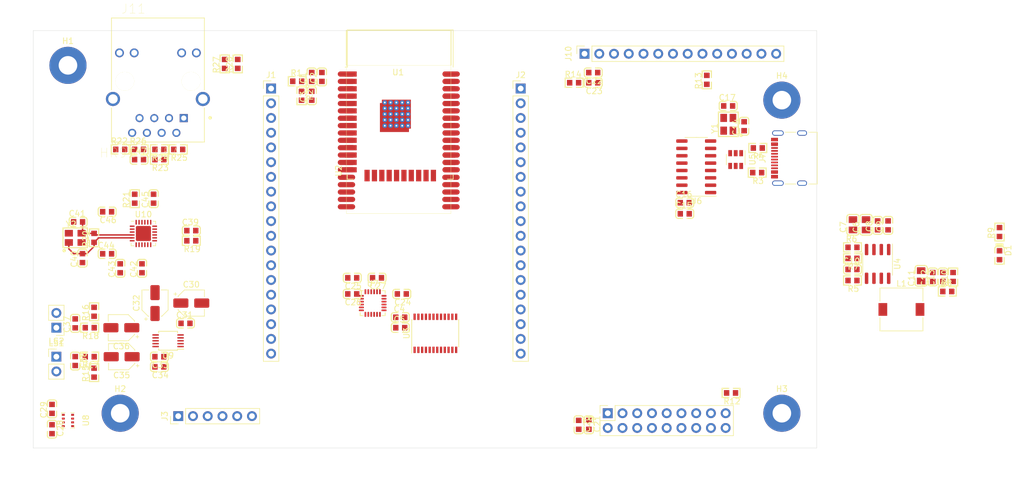
<source format=kicad_pcb>
(kicad_pcb (version 20171130) (host pcbnew "(5.1.4)-1")
  (layers (0 F.Cu signal) (1 In1.Cu power) (2 In2.Cu power) (31 B.Cu signal) (34 B.Paste user) (35 F.Paste user) (36 B.SilkS user) (37 F.SilkS user) (38 B.Mask user) (39 F.Mask user) (44 Edge.Cuts user))
  (net 0 "")
  (net 1 GND)
  (net 2 /ESP32MCU/ESP32_VDD)
  (net 3 /ESP32MCU/ESP32_EN)
  (net 4 VDD)
  (net 5 /Ethernet/RST)
  (net 6 VDDA)
  (net 7 VBUS)
  (net 8 "Net-(C26-Pad1)")
  (net 9 "Net-(C27-Pad1)")
  (net 10 "Net-(D1-PadK)")
  (net 11 /ESP32MCU/ESP32_IO11)
  (net 12 /ESP32MCU/ESP32_IO10)
  (net 13 /ESP32MCU/ESP32_IO9)
  (net 14 /ESP32MCU/ESP32_IO13)
  (net 15 /ESP32MCU/ESP32_IO12)
  (net 16 /ESP32MCU/ESP32_IO14)
  (net 17 /ESP32MCU/ESP32_IO27)
  (net 18 /ESP32MCU/ESP32_IO26)
  (net 19 /ESP32MCU/ESP32_IO25)
  (net 20 /ESP32MCU/ESP32_IO33)
  (net 21 /ESP32MCU/ESP32_IO32)
  (net 22 /ESP32MCU/ESP32_IO35)
  (net 23 /ESP32MCU/ESP32_IO34)
  (net 24 /ESP32MCU/ESP32_IO39)
  (net 25 /ESP32MCU/ESP32_IO36)
  (net 26 /ESP32MCU/ESP32_IO6)
  (net 27 /ESP32MCU/ESP32_IO7)
  (net 28 /ESP32MCU/ESP32_IO8)
  (net 29 /ESP32MCU/ESP32_IO15)
  (net 30 /ESP32MCU/ESP32_IO2)
  (net 31 /ESP32MCU/ESP32_IO0)
  (net 32 /ESP32MCU/ESP32_IO4)
  (net 33 /ESP32MCU/ESP32_IO17)
  (net 34 /ESP32MCU/ESP32_IO16)
  (net 35 /ESP32MCU/ESP32_IO5)
  (net 36 /ESP32MCU/ESP32_IO18)
  (net 37 /ESP32MCU/ESP32_IO19)
  (net 38 /ESP32MCU/ESP32_IO21)
  (net 39 /ESP32MCU/ESP32_IO22)
  (net 40 /ESP32MCU/ESP32_IO23)
  (net 41 /Ethernet/ETH_RX-)
  (net 42 /Ethernet/ETH_RX+)
  (net 43 /Ethernet/ETH_TX-)
  (net 44 /Ethernet/ETH_TX+)
  (net 45 "/Power and USB UART/USB+")
  (net 46 "/Power and USB UART/USB-")
  (net 47 "/CAMERA OV2640/OV_PWDN")
  (net 48 "/SPI LCD and Touch/LCD_BL")
  (net 49 "/SPI LCD and Touch/LCD_VCC")
  (net 50 "Net-(R5-Pad1)")
  (net 51 /Ethernet/ETH_LEDG)
  (net 52 /Ethernet/ETH_LEDY)
  (net 53 "/Power and USB UART/FB")
  (net 54 "Net-(L1-Pad1)")
  (net 55 "/Power and USB UART/RXD")
  (net 56 "/Power and USB UART/TXD")
  (net 57 "Net-(C35-Pad1)")
  (net 58 "Net-(C36-Pad1)")
  (net 59 "Net-(C10-Pad1)")
  (net 60 "Net-(C11-Pad1)")
  (net 61 "Net-(C14-Pad1)")
  (net 62 "Net-(C17-Pad1)")
  (net 63 "Net-(C30-Pad1)")
  (net 64 "Net-(C32-Pad1)")
  (net 65 "Net-(C35-Pad2)")
  (net 66 "Net-(C36-Pad2)")
  (net 67 "Net-(C37-Pad1)")
  (net 68 "Net-(C38-Pad1)")
  (net 69 "Net-(C40-Pad2)")
  (net 70 "Net-(C41-Pad2)")
  (net 71 "Net-(C43-Pad2)")
  (net 72 "Net-(C47-Pad2)")
  (net 73 "Net-(J7-PadB5)")
  (net 74 "Net-(J7-PadA5)")
  (net 75 "Net-(J11-Pad12)")
  (net 76 "Net-(J11-Pad9)")
  (net 77 "Net-(R21-Pad1)")
  (net 78 I2C_SDA)
  (net 79 I2C_SCL)
  (module Connector_PinHeader_2.54mm:PinHeader_1x06_P2.54mm_Vertical (layer F.Cu) (at 34 66.5 90)
    (fp_text reference J3 (at 0 -2.33 90) (layer F.SilkS))
    (fp_text value Conn_01x06_Male)
    (pad 6 thru_hole oval (at 0 12.7 90) (size 1.7 1.7) (drill 1) (layers *.Cu *.Mask) (net 1 GND))
    (pad 5 thru_hole oval (at 0 10.16 90) (size 1.7 1.7) (drill 1) (layers *.Cu *.Mask) (net 29 /ESP32MCU/ESP32_IO15))
    (pad 4 thru_hole oval (at 0 7.62 90) (size 1.7 1.7) (drill 1) (layers *.Cu *.Mask) (net 14 /ESP32MCU/ESP32_IO13))
    (pad 3 thru_hole oval (at 0 5.08 90) (size 1.7 1.7) (drill 1) (layers *.Cu *.Mask) (net 15 /ESP32MCU/ESP32_IO12))
    (pad 2 thru_hole oval (at 0 2.54 90) (size 1.7 1.7) (drill 1) (layers *.Cu *.Mask) (net 16 /ESP32MCU/ESP32_IO14))
    (pad 1 thru_hole rect (at 0 0 90) (size 1.7 1.7) (drill 1) (layers *.Cu *.Mask) (net 4 VDD))
  )
  (module Package_DFN_QFN:QFN-24-1EP_4x4mm_P0.5mm_EP2.6x2.6mm (layer F.Cu) (at 28 35)
    (fp_text reference U10 (at 0 -3.3) (layer F.SilkS))
    (fp_text value LAN8720A)
    (pad 24 smd roundrect (at -1.25 -1.9375) (size 0.25 0.825) (layers F.Cu F.Paste F.Mask) (net 77 "Net-(R21-Pad1)"))
    (pad 23 smd roundrect (at -0.75 -1.9375) (size 0.25 0.825) (layers F.Cu F.Paste F.Mask) (net 42 /Ethernet/ETH_RX+))
    (pad 22 smd roundrect (at -0.25 -1.9375) (size 0.25 0.825) (layers F.Cu F.Paste F.Mask) (net 41 /Ethernet/ETH_RX-))
    (pad 21 smd roundrect (at 0.25 -1.9375) (size 0.25 0.825) (layers F.Cu F.Paste F.Mask) (net 44 /Ethernet/ETH_TX+))
    (pad 20 smd roundrect (at 0.75 -1.9375) (size 0.25 0.825) (layers F.Cu F.Paste F.Mask) (net 43 /Ethernet/ETH_TX-))
    (pad 19 smd roundrect (at 1.25 -1.9375) (size 0.25 0.825) (layers F.Cu F.Paste F.Mask) (net 6 VDDA))
    (pad 18 smd roundrect (at 1.9375 -1.25) (size 0.825 0.25) (layers F.Cu F.Paste F.Mask))
    (pad 17 smd roundrect (at 1.9375 -0.75) (size 0.825 0.25) (layers F.Cu F.Paste F.Mask))
    (pad 16 smd roundrect (at 1.9375 -0.25) (size 0.825 0.25) (layers F.Cu F.Paste F.Mask))
    (pad 15 smd roundrect (at 1.9375 0.25) (size 0.825 0.25) (layers F.Cu F.Paste F.Mask) (net 5 /Ethernet/RST))
    (pad 14 smd roundrect (at 1.9375 0.75) (size 0.825 0.25) (layers F.Cu F.Paste F.Mask))
    (pad 13 smd roundrect (at 1.9375 1.25) (size 0.825 0.25) (layers F.Cu F.Paste F.Mask))
    (pad 12 smd roundrect (at 1.25 1.9375) (size 0.25 0.825) (layers F.Cu F.Paste F.Mask))
    (pad 11 smd roundrect (at 0.75 1.9375) (size 0.25 0.825) (layers F.Cu F.Paste F.Mask))
    (pad 10 smd roundrect (at 0.25 1.9375) (size 0.25 0.825) (layers F.Cu F.Paste F.Mask))
    (pad 9 smd roundrect (at -0.25 1.9375) (size 0.25 0.825) (layers F.Cu F.Paste F.Mask) (net 4 VDD))
    (pad 8 smd roundrect (at -0.75 1.9375) (size 0.25 0.825) (layers F.Cu F.Paste F.Mask))
    (pad 7 smd roundrect (at -1.25 1.9375) (size 0.25 0.825) (layers F.Cu F.Paste F.Mask))
    (pad 6 smd roundrect (at -1.9375 1.25) (size 0.825 0.25) (layers F.Cu F.Paste F.Mask) (net 71 "Net-(C43-Pad2)"))
    (pad 5 smd roundrect (at -1.9375 0.75) (size 0.825 0.25) (layers F.Cu F.Paste F.Mask) (net 69 "Net-(C40-Pad2)"))
    (pad 4 smd roundrect (at -1.9375 0.25) (size 0.825 0.25) (layers F.Cu F.Paste F.Mask) (net 70 "Net-(C41-Pad2)"))
    (pad 3 smd roundrect (at -1.9375 -0.25) (size 0.825 0.25) (layers F.Cu F.Paste F.Mask) (net 52 /Ethernet/ETH_LEDY))
    (pad 2 smd roundrect (at -1.9375 -0.75) (size 0.825 0.25) (layers F.Cu F.Paste F.Mask) (net 51 /Ethernet/ETH_LEDG))
    (pad 1 smd roundrect (at -1.9375 -1.25) (size 0.825 0.25) (layers F.Cu F.Paste F.Mask) (net 6 VDDA))
    (pad 25 smd roundrect (at 0 0) (size 2.6 2.6) (layers F.Cu F.Mask) (roundrect_rratio 0.096154) (net 1 GND))
  )
  (module lc_lib:0603_R (layer F.Cu) (at 102.21 9)
    (fp_text reference R14 (at -0.158619 -1.439276) (layer F.SilkS))
    (fp_text value 0603_0Ω__0R0_1%)
    (pad 2 smd rect (at 0.77 0) (size 0.93 0.98) (layers F.Cu F.Paste F.Mask) (net 49 "/SPI LCD and Touch/LCD_VCC"))
    (pad 1 smd rect (at -0.77 0) (size 0.93 0.98) (layers F.Cu F.Paste F.Mask) (net 4 VDD))
  )
  (module lc_lib:0603_R (layer F.Cu) (at 125.07 8.5 90)
    (fp_text reference R13 (at -0.158619 -1.439276 90) (layer F.SilkS))
    (fp_text value 0603_0Ω__0R0_1%)
    (pad 2 smd rect (at 0.77 0 90) (size 0.93 0.98) (layers F.Cu F.Paste F.Mask) (net 48 "/SPI LCD and Touch/LCD_BL"))
    (pad 1 smd rect (at -0.77 0 90) (size 0.93 0.98) (layers F.Cu F.Paste F.Mask) (net 49 "/SPI LCD and Touch/LCD_VCC"))
  )
  (module lc_lib:0603_C (layer F.Cu) (at 105.5 9 180)
    (fp_text reference C23 (at -0.158619 -1.439276) (layer F.SilkS))
    (fp_text value 0603_100nF__104_10%_50V)
    (pad 2 smd rect (at 0.77 0 180) (size 0.93 0.98) (layers F.Cu F.Paste F.Mask) (net 49 "/SPI LCD and Touch/LCD_VCC"))
    (pad 1 smd rect (at -0.77 0 180) (size 0.93 0.98) (layers F.Cu F.Paste F.Mask) (net 1 GND))
  )
  (module lc_lib:0603_C (layer F.Cu) (at 105.5 7.25 180)
    (fp_text reference C22 (at -0.158619 -1.439276) (layer F.SilkS))
    (fp_text value 0603_10uF__106_10%_10V)
    (pad 2 smd rect (at 0.77 0 180) (size 0.93 0.98) (layers F.Cu F.Paste F.Mask) (net 49 "/SPI LCD and Touch/LCD_VCC"))
    (pad 1 smd rect (at -0.77 0 180) (size 0.93 0.98) (layers F.Cu F.Paste F.Mask) (net 1 GND))
  )
  (module Connector_PinHeader_2.54mm:PinHeader_1x02_P2.54mm_Vertical (layer F.Cu) (at 13 51.25 180)
    (fp_text reference LS2 (at 0 -2.33) (layer F.SilkS))
    (fp_text value Speaker)
    (pad 2 thru_hole oval (at 0 2.54 180) (size 1.7 1.7) (drill 1) (layers *.Cu *.Mask) (net 1 GND))
    (pad 1 thru_hole rect (at 0 0 180) (size 1.7 1.7) (drill 1) (layers *.Cu *.Mask) (net 67 "Net-(C37-Pad1)"))
  )
  (module Connector_PinHeader_2.54mm:PinHeader_1x02_P2.54mm_Vertical (layer F.Cu) (at 13 56.25)
    (fp_text reference LS1 (at 0 -2.33) (layer F.SilkS))
    (fp_text value Speaker)
    (pad 2 thru_hole oval (at 0 2.54) (size 1.7 1.7) (drill 1) (layers *.Cu *.Mask) (net 1 GND))
    (pad 1 thru_hole rect (at 0 0) (size 1.7 1.7) (drill 1) (layers *.Cu *.Mask) (net 68 "Net-(C38-Pad1)"))
  )
  (module Inductor_SMD:L_7.3x7.3_H3.5 (layer F.Cu) (at 158.6 48.1)
    (fp_text reference L1 (at 0 -4.45) (layer F.SilkS))
    (fp_text value 4.7uH)
    (pad 2 smd rect (at 3.2 0) (size 1.5 2.2) (layers F.Cu F.Paste F.Mask) (net 60 "Net-(C11-Pad1)"))
    (pad 1 smd rect (at -3.2 0) (size 1.5 2.2) (layers F.Cu F.Paste F.Mask) (net 54 "Net-(L1-Pad1)"))
  )
  (module MountingHole:MountingHole_3.2mm_M3_Pad (layer F.Cu) (at 138 12)
    (fp_text reference H4 (at 0 -4.2) (layer F.SilkS))
    (fp_text value MountingHole_Pad)
    (pad 1 thru_hole circle (at 0 0) (size 6.4 6.4) (drill 3.2) (layers *.Cu *.Mask) (net 1 GND))
  )
  (module MountingHole:MountingHole_3.2mm_M3_Pad (layer F.Cu) (at 138 66)
    (fp_text reference H3 (at 0 -4.2) (layer F.SilkS))
    (fp_text value MountingHole_Pad)
    (pad 1 thru_hole circle (at 0 0) (size 6.4 6.4) (drill 3.2) (layers *.Cu *.Mask) (net 1 GND))
  )
  (module MountingHole:MountingHole_3.2mm_M3_Pad (layer F.Cu) (at 24 66)
    (fp_text reference H2 (at 0 -4.2) (layer F.SilkS))
    (fp_text value MountingHole_Pad)
    (pad 1 thru_hole circle (at 0 0) (size 6.4 6.4) (drill 3.2) (layers *.Cu *.Mask) (net 1 GND))
  )
  (module MountingHole:MountingHole_3.2mm_M3_Pad (layer F.Cu) (at 15 6)
    (fp_text reference H1 (at 0 -4.2) (layer F.SilkS))
    (fp_text value MountingHole_Pad)
    (pad 1 thru_hole circle (at 0 0) (size 6.4 6.4) (drill 3.2) (layers *.Cu *.Mask) (net 1 GND))
  )
  (module Capacitor_SMD:CP_Elec_4x5.3 (layer F.Cu) (at 30 47 90)
    (fp_text reference C32 (at 0 -3.2 90) (layer F.SilkS))
    (fp_text value 10uF)
    (pad 2 smd roundrect (at 1.8 0 90) (size 2.6 1.6) (layers F.Cu F.Paste F.Mask) (roundrect_rratio 0.15625) (net 1 GND))
    (pad 1 smd roundrect (at -1.8 0 90) (size 2.6 1.6) (layers F.Cu F.Paste F.Mask) (roundrect_rratio 0.15625) (net 64 "Net-(C32-Pad1)"))
  )
  (module Package_TO_SOT_SMD:SOT-23-6 (layer F.Cu) (at 130.045 22.25 270)
    (fp_text reference U5 (at 0 -2.9 90) (layer F.SilkS))
    (fp_text value SRV05-4)
    (pad 5 smd rect (at 1.1 0 270) (size 1.06 0.65) (layers F.Cu F.Paste F.Mask) (net 4 VDD))
    (pad 6 smd rect (at 1.1 -0.95 270) (size 1.06 0.65) (layers F.Cu F.Paste F.Mask) (net 45 "/Power and USB UART/USB+"))
    (pad 4 smd rect (at 1.1 0.95 270) (size 1.06 0.65) (layers F.Cu F.Paste F.Mask))
    (pad 3 smd rect (at -1.1 0.95 270) (size 1.06 0.65) (layers F.Cu F.Paste F.Mask))
    (pad 2 smd rect (at -1.1 0 270) (size 1.06 0.65) (layers F.Cu F.Paste F.Mask) (net 1 GND))
    (pad 1 smd rect (at -1.1 -0.95 270) (size 1.06 0.65) (layers F.Cu F.Paste F.Mask) (net 46 "/Power and USB UART/USB-"))
  )
  (module Package_SO:TSSOP-10_3x3mm_P0.5mm (layer F.Cu) (at 32.25 53.5 180)
    (fp_text reference U9 (at 0 -2.55) (layer F.SilkS))
    (fp_text value CS4344)
    (pad 10 smd rect (at 2.15 -1 180) (size 1.1 0.25) (layers F.Cu F.Paste F.Mask) (net 57 "Net-(C35-Pad1)"))
    (pad 9 smd rect (at 2.15 -0.5 180) (size 1.1 0.25) (layers F.Cu F.Paste F.Mask) (net 6 VDDA))
    (pad 8 smd rect (at 2.15 0 180) (size 1.1 0.25) (layers F.Cu F.Paste F.Mask) (net 1 GND))
    (pad 7 smd rect (at 2.15 0.5 180) (size 1.1 0.25) (layers F.Cu F.Paste F.Mask) (net 58 "Net-(C36-Pad1)"))
    (pad 6 smd rect (at 2.15 1 180) (size 1.1 0.25) (layers F.Cu F.Paste F.Mask) (net 64 "Net-(C32-Pad1)"))
    (pad 5 smd rect (at -2.15 1 180) (size 1.1 0.25) (layers F.Cu F.Paste F.Mask) (net 63 "Net-(C30-Pad1)"))
    (pad 4 smd rect (at -2.15 0.5 180) (size 1.1 0.25) (layers F.Cu F.Paste F.Mask))
    (pad 3 smd rect (at -2.15 0 180) (size 1.1 0.25) (layers F.Cu F.Paste F.Mask))
    (pad 2 smd rect (at -2.15 -0.5 180) (size 1.1 0.25) (layers F.Cu F.Paste F.Mask))
    (pad 1 smd rect (at -2.15 -1 180) (size 1.1 0.25) (layers F.Cu F.Paste F.Mask))
  )
  (module lc_lib:0603_R (layer F.Cu) (at 18.75 51.25 180)
    (fp_text reference R18 (at -0.158619 -1.439276) (layer F.SilkS))
    (fp_text value 0603_470Ω__4700_1%)
    (pad 2 smd rect (at 0.77 0 180) (size 0.93 0.98) (layers F.Cu F.Paste F.Mask) (net 67 "Net-(C37-Pad1)"))
    (pad 1 smd rect (at -0.77 0 180) (size 0.93 0.98) (layers F.Cu F.Paste F.Mask) (net 66 "Net-(C36-Pad2)"))
  )
  (module lc_lib:0603_R (layer F.Cu) (at 18.75 56.25 180)
    (fp_text reference R17 (at -0.158619 -1.439276) (layer F.SilkS))
    (fp_text value 0603_470Ω__4700_1%)
    (pad 2 smd rect (at 0.77 0 180) (size 0.93 0.98) (layers F.Cu F.Paste F.Mask) (net 68 "Net-(C38-Pad1)"))
    (pad 1 smd rect (at -0.77 0 180) (size 0.93 0.98) (layers F.Cu F.Paste F.Mask) (net 65 "Net-(C35-Pad2)"))
  )
  (module lc_lib:0603_R (layer F.Cu) (at 19.5 48.5 90)
    (fp_text reference R16 (at -0.158619 -1.439276 90) (layer F.SilkS))
    (fp_text value 0603_10KΩ__1002_1%)
    (pad 2 smd rect (at 0.77 0 90) (size 0.93 0.98) (layers F.Cu F.Paste F.Mask) (net 1 GND))
    (pad 1 smd rect (at -0.77 0 90) (size 0.93 0.98) (layers F.Cu F.Paste F.Mask) (net 66 "Net-(C36-Pad2)"))
  )
  (module lc_lib:0603_R (layer F.Cu) (at 19.5 59 90)
    (fp_text reference R15 (at -0.158619 -1.439276 90) (layer F.SilkS))
    (fp_text value 0603_10KΩ__1002_1%)
    (pad 2 smd rect (at 0.77 0 90) (size 0.93 0.98) (layers F.Cu F.Paste F.Mask) (net 65 "Net-(C35-Pad2)"))
    (pad 1 smd rect (at -0.77 0 90) (size 0.93 0.98) (layers F.Cu F.Paste F.Mask) (net 1 GND))
  )
  (module lc_lib:0603_C (layer F.Cu) (at 16.25 57 270)
    (fp_text reference C38 (at -0.158619 -1.439276 90) (layer F.SilkS))
    (fp_text value 0603_1uF__105_10%_50V)
    (pad 2 smd rect (at 0.77 0 270) (size 0.93 0.98) (layers F.Cu F.Paste F.Mask) (net 1 GND))
    (pad 1 smd rect (at -0.77 0 270) (size 0.93 0.98) (layers F.Cu F.Paste F.Mask) (net 68 "Net-(C38-Pad1)"))
  )
  (module lc_lib:0603_C (layer F.Cu) (at 16.25 50.5 90)
    (fp_text reference C37 (at -0.158619 -1.439276 90) (layer F.SilkS))
    (fp_text value 0603_1uF__105_10%_50V)
    (pad 2 smd rect (at 0.77 0 90) (size 0.93 0.98) (layers F.Cu F.Paste F.Mask) (net 1 GND))
    (pad 1 smd rect (at -0.77 0 90) (size 0.93 0.98) (layers F.Cu F.Paste F.Mask) (net 67 "Net-(C37-Pad1)"))
  )
  (module Capacitor_SMD:CP_Elec_4x5.4 (layer F.Cu) (at 24.2 51.25 180)
    (fp_text reference C36 (at 0 -3.2) (layer F.SilkS))
    (fp_text value 3.3uF)
    (pad 2 smd roundrect (at 1.8 0 180) (size 2.6 1.6) (layers F.Cu F.Paste F.Mask) (roundrect_rratio 0.15625) (net 66 "Net-(C36-Pad2)"))
    (pad 1 smd roundrect (at -1.8 0 180) (size 2.6 1.6) (layers F.Cu F.Paste F.Mask) (roundrect_rratio 0.15625) (net 58 "Net-(C36-Pad1)"))
  )
  (module Capacitor_SMD:CP_Elec_4x5.4 (layer F.Cu) (at 24.25 56.25 180)
    (fp_text reference C35 (at 0 -3.2) (layer F.SilkS))
    (fp_text value 3.3uF)
    (pad 2 smd roundrect (at 1.8 0 180) (size 2.6 1.6) (layers F.Cu F.Paste F.Mask) (roundrect_rratio 0.15625) (net 65 "Net-(C35-Pad2)"))
    (pad 1 smd roundrect (at -1.8 0 180) (size 2.6 1.6) (layers F.Cu F.Paste F.Mask) (roundrect_rratio 0.15625) (net 57 "Net-(C35-Pad1)"))
  )
  (module lc_lib:0603_C (layer F.Cu) (at 30.75 58 180)
    (fp_text reference C34 (at -0.158619 -1.439276) (layer F.SilkS))
    (fp_text value 0603_1uF__105_10%_50V)
    (pad 2 smd rect (at 0.77 0 180) (size 0.93 0.98) (layers F.Cu F.Paste F.Mask) (net 1 GND))
    (pad 1 smd rect (at -0.77 0 180) (size 0.93 0.98) (layers F.Cu F.Paste F.Mask) (net 6 VDDA))
  )
  (module lc_lib:0603_C (layer F.Cu) (at 30.75 56.25 180)
    (fp_text reference C33 (at -0.158619 -1.439276) (layer F.SilkS))
    (fp_text value 0603_100nF__104_10%_50V)
    (pad 2 smd rect (at 0.77 0 180) (size 0.93 0.98) (layers F.Cu F.Paste F.Mask) (net 1 GND))
    (pad 1 smd rect (at -0.77 0 180) (size 0.93 0.98) (layers F.Cu F.Paste F.Mask) (net 6 VDDA))
  )
  (module lc_lib:0603_C (layer F.Cu) (at 35.25 50.5)
    (fp_text reference C31 (at -0.158619 -1.439276) (layer F.SilkS))
    (fp_text value 0603_100nF__104_10%_50V)
    (pad 2 smd rect (at 0.77 0) (size 0.93 0.98) (layers F.Cu F.Paste F.Mask) (net 1 GND))
    (pad 1 smd rect (at -0.77 0) (size 0.93 0.98) (layers F.Cu F.Paste F.Mask) (net 63 "Net-(C30-Pad1)"))
  )
  (module Capacitor_SMD:CP_Elec_4x5.4 (layer F.Cu) (at 36.25 47)
    (fp_text reference C30 (at 0 -3.2) (layer F.SilkS))
    (fp_text value 3.3uF)
    (pad 2 smd roundrect (at 1.8 0) (size 2.6 1.6) (layers F.Cu F.Paste F.Mask) (roundrect_rratio 0.15625) (net 1 GND))
    (pad 1 smd roundrect (at -1.8 0) (size 2.6 1.6) (layers F.Cu F.Paste F.Mask) (roundrect_rratio 0.15625) (net 63 "Net-(C30-Pad1)"))
  )
  (module lc_lib:0603_C (layer F.Cu) (at 12.25 65.25 90)
    (fp_text reference C29 (at -0.158619 -1.439276 90) (layer F.SilkS))
    (fp_text value 0603_100nF__104_10%_50V)
    (pad 2 smd rect (at 0.77 0 90) (size 0.93 0.98) (layers F.Cu F.Paste F.Mask) (net 1 GND))
    (pad 1 smd rect (at -0.77 0 90) (size 0.93 0.98) (layers F.Cu F.Paste F.Mask) (net 6 VDDA))
  )
  (module lc_lib:0603_C (layer F.Cu) (at 12.25 68.75 270)
    (fp_text reference C28 (at -0.158619 -1.439276 90) (layer F.SilkS))
    (fp_text value 0603_100nF__104_10%_50V)
    (pad 2 smd rect (at 0.77 0 270) (size 0.93 0.98) (layers F.Cu F.Paste F.Mask) (net 1 GND))
    (pad 1 smd rect (at -0.77 0 270) (size 0.93 0.98) (layers F.Cu F.Paste F.Mask) (net 4 VDD))
  )
  (module lc_lib:0603_C (layer F.Cu) (at 68.25 42.645 180)
    (fp_text reference C27 (at -0.158619 -1.439276) (layer F.SilkS))
    (fp_text value 0603_2.2nF__222_10%_50V)
    (pad 2 smd rect (at 0.77 0 180) (size 0.93 0.98) (layers F.Cu F.Paste F.Mask) (net 1 GND))
    (pad 1 smd rect (at -0.77 0 180) (size 0.93 0.98) (layers F.Cu F.Paste F.Mask) (net 9 "Net-(C27-Pad1)"))
  )
  (module lc_lib:0603_C (layer F.Cu) (at 63.98 45.425 180)
    (fp_text reference C26 (at -0.158619 -1.439276) (layer F.SilkS))
    (fp_text value 0603_100nF__104_10%_50V)
    (pad 2 smd rect (at 0.77 0 180) (size 0.93 0.98) (layers F.Cu F.Paste F.Mask) (net 1 GND))
    (pad 1 smd rect (at -0.77 0 180) (size 0.93 0.98) (layers F.Cu F.Paste F.Mask) (net 8 "Net-(C26-Pad1)"))
  )
  (module lc_lib:0603_C (layer F.Cu) (at 63.98 42.645 180)
    (fp_text reference C25 (at -0.158619 -1.439276) (layer F.SilkS))
    (fp_text value 0603_100nF__104_10%_50V)
    (pad 2 smd rect (at 0.77 0 180) (size 0.93 0.98) (layers F.Cu F.Paste F.Mask) (net 1 GND))
    (pad 1 smd rect (at -0.77 0 180) (size 0.93 0.98) (layers F.Cu F.Paste F.Mask) (net 6 VDDA))
  )
  (module lc_lib:0603_C (layer F.Cu) (at 72.52 45.425 180)
    (fp_text reference C24 (at -0.158619 -1.439276) (layer F.SilkS))
    (fp_text value 0603_100nF__104_10%_50V)
    (pad 2 smd rect (at 0.77 0 180) (size 0.93 0.98) (layers F.Cu F.Paste F.Mask) (net 1 GND))
    (pad 1 smd rect (at -0.77 0 180) (size 0.93 0.98) (layers F.Cu F.Paste F.Mask) (net 4 VDD))
  )
  (module lc_lib:SMD-3225_4P (layer F.Cu) (at 128.775 16.165 90)
    (fp_text reference Y1 (at -0.725219 -2.350876 90) (layer F.SilkS))
    (fp_text value SMD-3225_4P__12MHZ_20PF_10PPM)
    (pad 4 smd rect (at -1.1 -0.8 90) (size 1.4 1.15) (layers F.Cu F.Paste F.Mask))
    (pad 3 smd rect (at 1.1 -0.8 90) (size 1.4 1.15) (layers F.Cu F.Paste F.Mask) (net 62 "Net-(C17-Pad1)"))
    (pad 2 smd rect (at 1.1 0.8 90) (size 1.4 1.15) (layers F.Cu F.Paste F.Mask))
    (pad 1 smd rect (at -1.1 0.8 90) (size 1.4 1.15) (layers F.Cu F.Paste F.Mask) (net 61 "Net-(C14-Pad1)"))
  )
  (module lc_lib:SMD-3225_4P (layer F.Cu) (at 16.25 35.75)
    (fp_text reference Y2 (at -0.725219 -2.350876) (layer F.SilkS))
    (fp_text value SMD-3225_4P__25MHZ_12PF_10PPM)
    (pad 4 smd rect (at -1.1 -0.8) (size 1.4 1.15) (layers F.Cu F.Paste F.Mask))
    (pad 3 smd rect (at 1.1 -0.8) (size 1.4 1.15) (layers F.Cu F.Paste F.Mask) (net 70 "Net-(C41-Pad2)"))
    (pad 2 smd rect (at 1.1 0.8) (size 1.4 1.15) (layers F.Cu F.Paste F.Mask))
    (pad 1 smd rect (at -1.1 0.8) (size 1.4 1.15) (layers F.Cu F.Paste F.Mask) (net 69 "Net-(C40-Pad2)"))
  )
  (module Package_LGA:Bosch_LGA-8_2x2.5mm_P0.65mm_ClockwisePinNumbering (layer F.Cu) (at 15 67.25 270)
    (fp_text reference U8 (at 0 -3.1 90) (layer F.SilkS))
    (fp_text value BMP280)
    (pad 8 smd rect (at -0.975 0.8) (size 0.5 0.35) (layers F.Cu F.Paste F.Mask) (net 6 VDDA))
    (pad 2 smd rect (at -0.325 -0.8) (size 0.5 0.35) (layers F.Cu F.Paste F.Mask) (net 4 VDD))
    (pad 3 smd rect (at 0.325 -0.8) (size 0.5 0.35) (layers F.Cu F.Paste F.Mask) (net 78 I2C_SDA))
    (pad 4 smd rect (at 0.975 -0.8) (size 0.5 0.35) (layers F.Cu F.Paste F.Mask) (net 79 I2C_SCL))
    (pad 7 smd rect (at -0.325 0.8) (size 0.5 0.35) (layers F.Cu F.Paste F.Mask) (net 1 GND))
    (pad 6 smd rect (at 0.325 0.8) (size 0.5 0.35) (layers F.Cu F.Paste F.Mask) (net 4 VDD))
    (pad 5 smd rect (at 0.975 0.8) (size 0.5 0.35) (layers F.Cu F.Paste F.Mask) (net 1 GND))
    (pad 1 smd rect (at -0.975 -0.8) (size 0.5 0.35) (layers F.Cu F.Paste F.Mask) (net 1 GND))
  )
  (module Sensor_Motion:InvenSense_QFN-24_4x4mm_P0.5mm (layer F.Cu) (at 67.5 47)
    (fp_text reference U7 (at 0 -3.375) (layer F.SilkS))
    (fp_text value MPU-6050)
    (pad 24 smd roundrect (at -1.25 -1.95 90) (size 0.85 0.3) (layers F.Cu F.Paste F.Mask) (net 78 I2C_SDA))
    (pad 23 smd roundrect (at -0.75 -1.95 90) (size 0.85 0.3) (layers F.Cu F.Paste F.Mask) (net 79 I2C_SCL))
    (pad 22 smd roundrect (at -0.25 -1.95 90) (size 0.85 0.3) (layers F.Cu F.Paste F.Mask))
    (pad 21 smd roundrect (at 0.25 -1.95 90) (size 0.85 0.3) (layers F.Cu F.Paste F.Mask))
    (pad 20 smd roundrect (at 0.75 -1.95 90) (size 0.85 0.3) (layers F.Cu F.Paste F.Mask) (net 9 "Net-(C27-Pad1)"))
    (pad 19 smd roundrect (at 1.25 -1.95 90) (size 0.85 0.3) (layers F.Cu F.Paste F.Mask))
    (pad 18 smd roundrect (at 1.95 -1.25) (size 0.85 0.3) (layers F.Cu F.Paste F.Mask) (net 1 GND))
    (pad 17 smd roundrect (at 1.95 -0.75) (size 0.85 0.3) (layers F.Cu F.Paste F.Mask))
    (pad 16 smd roundrect (at 1.95 -0.25) (size 0.85 0.3) (layers F.Cu F.Paste F.Mask))
    (pad 15 smd roundrect (at 1.95 0.25) (size 0.85 0.3) (layers F.Cu F.Paste F.Mask))
    (pad 14 smd roundrect (at 1.95 0.75) (size 0.85 0.3) (layers F.Cu F.Paste F.Mask))
    (pad 13 smd roundrect (at 1.95 1.25) (size 0.85 0.3) (layers F.Cu F.Paste F.Mask) (net 6 VDDA))
    (pad 12 smd roundrect (at 1.25 1.95 90) (size 0.85 0.3) (layers F.Cu F.Paste F.Mask))
    (pad 11 smd roundrect (at 0.75 1.95 90) (size 0.85 0.3) (layers F.Cu F.Paste F.Mask))
    (pad 10 smd roundrect (at 0.25 1.95 90) (size 0.85 0.3) (layers F.Cu F.Paste F.Mask) (net 8 "Net-(C26-Pad1)"))
    (pad 9 smd roundrect (at -0.25 1.95 90) (size 0.85 0.3) (layers F.Cu F.Paste F.Mask) (net 1 GND))
    (pad 8 smd roundrect (at -0.75 1.95 90) (size 0.85 0.3) (layers F.Cu F.Paste F.Mask) (net 4 VDD))
    (pad 7 smd roundrect (at -1.25 1.95 90) (size 0.85 0.3) (layers F.Cu F.Paste F.Mask))
    (pad 6 smd roundrect (at -1.95 1.25) (size 0.85 0.3) (layers F.Cu F.Paste F.Mask))
    (pad 5 smd roundrect (at -1.95 0.75) (size 0.85 0.3) (layers F.Cu F.Paste F.Mask))
    (pad 4 smd roundrect (at -1.95 0.25) (size 0.85 0.3) (layers F.Cu F.Paste F.Mask))
    (pad 3 smd roundrect (at -1.95 -0.25) (size 0.85 0.3) (layers F.Cu F.Paste F.Mask))
    (pad 2 smd roundrect (at -1.95 -0.75) (size 0.85 0.3) (layers F.Cu F.Paste F.Mask))
    (pad 1 smd roundrect (at -1.95 -1.25) (size 0.85 0.3) (layers F.Cu F.Paste F.Mask))
  )
  (module Package_SO:SOIC-16_3.9x9.9mm_P1.27mm (layer F.Cu) (at 123.25 23.5 180)
    (fp_text reference U6 (at 0 -5.9) (layer F.SilkS))
    (fp_text value CH340G)
    (pad 16 smd roundrect (at 2.475 -4.445 180) (size 1.95 0.6) (layers F.Cu F.Paste F.Mask) (net 4 VDD))
    (pad 15 smd roundrect (at 2.475 -3.175 180) (size 1.95 0.6) (layers F.Cu F.Paste F.Mask))
    (pad 14 smd roundrect (at 2.475 -1.905 180) (size 1.95 0.6) (layers F.Cu F.Paste F.Mask))
    (pad 13 smd roundrect (at 2.475 -0.635 180) (size 1.95 0.6) (layers F.Cu F.Paste F.Mask))
    (pad 12 smd roundrect (at 2.475 0.635 180) (size 1.95 0.6) (layers F.Cu F.Paste F.Mask))
    (pad 11 smd roundrect (at 2.475 1.905 180) (size 1.95 0.6) (layers F.Cu F.Paste F.Mask))
    (pad 10 smd roundrect (at 2.475 3.175 180) (size 1.95 0.6) (layers F.Cu F.Paste F.Mask))
    (pad 9 smd roundrect (at 2.475 4.445 180) (size 1.95 0.6) (layers F.Cu F.Paste F.Mask))
    (pad 8 smd roundrect (at -2.475 4.445 180) (size 1.95 0.6) (layers F.Cu F.Paste F.Mask) (net 62 "Net-(C17-Pad1)"))
    (pad 7 smd roundrect (at -2.475 3.175 180) (size 1.95 0.6) (layers F.Cu F.Paste F.Mask) (net 61 "Net-(C14-Pad1)"))
    (pad 6 smd roundrect (at -2.475 1.905 180) (size 1.95 0.6) (layers F.Cu F.Paste F.Mask) (net 46 "/Power and USB UART/USB-"))
    (pad 5 smd roundrect (at -2.475 0.635 180) (size 1.95 0.6) (layers F.Cu F.Paste F.Mask) (net 45 "/Power and USB UART/USB+"))
    (pad 4 smd roundrect (at -2.475 -0.635 180) (size 1.95 0.6) (layers F.Cu F.Paste F.Mask) (net 4 VDD))
    (pad 3 smd roundrect (at -2.475 -1.905 180) (size 1.95 0.6) (layers F.Cu F.Paste F.Mask) (net 55 "/Power and USB UART/RXD"))
    (pad 2 smd roundrect (at -2.475 -3.175 180) (size 1.95 0.6) (layers F.Cu F.Paste F.Mask) (net 56 "/Power and USB UART/TXD"))
    (pad 1 smd roundrect (at -2.475 -4.445 180) (size 1.95 0.6) (layers F.Cu F.Paste F.Mask))
  )
  (module Package_SO:SOIC-8_3.9x4.9mm_P1.27mm (layer F.Cu) (at 154.5 40.25 270)
    (fp_text reference U4 (at 0 -3.4 90) (layer F.SilkS))
    (fp_text value AOZ1031)
    (pad 8 smd roundrect (at 2.475 -1.905 270) (size 1.95 0.6) (layers F.Cu F.Paste F.Mask) (net 54 "Net-(L1-Pad1)"))
    (pad 7 smd roundrect (at 2.475 -0.635 270) (size 1.95 0.6) (layers F.Cu F.Paste F.Mask) (net 54 "Net-(L1-Pad1)"))
    (pad 6 smd roundrect (at 2.475 0.635 270) (size 1.95 0.6) (layers F.Cu F.Paste F.Mask) (net 7 VBUS))
    (pad 5 smd roundrect (at 2.475 1.905 270) (size 1.95 0.6) (layers F.Cu F.Paste F.Mask) (net 50 "Net-(R5-Pad1)"))
    (pad 4 smd roundrect (at -2.475 1.905 270) (size 1.95 0.6) (layers F.Cu F.Paste F.Mask) (net 53 "/Power and USB UART/FB"))
    (pad 3 smd roundrect (at -2.475 0.635 270) (size 1.95 0.6) (layers F.Cu F.Paste F.Mask) (net 1 GND))
    (pad 2 smd roundrect (at -2.475 -0.635 270) (size 1.95 0.6) (layers F.Cu F.Paste F.Mask) (net 7 VBUS))
    (pad 1 smd roundrect (at -2.475 -1.905 270) (size 1.95 0.6) (layers F.Cu F.Paste F.Mask) (net 1 GND))
  )
  (module Package_SO:TSSOP-24_4.4x7.8mm_P0.65mm (layer F.Cu) (at 78.3 52.215 90)
    (fp_text reference U3 (at 0 -4.95 90) (layer F.SilkS))
    (fp_text value PCA9535PW)
    (pad 24 smd rect (at 2.85 -3.575 90) (size 1.1 0.4) (layers F.Cu F.Paste F.Mask) (net 4 VDD))
    (pad 23 smd rect (at 2.85 -2.925 90) (size 1.1 0.4) (layers F.Cu F.Paste F.Mask) (net 78 I2C_SDA))
    (pad 22 smd rect (at 2.85 -2.275 90) (size 1.1 0.4) (layers F.Cu F.Paste F.Mask) (net 79 I2C_SCL))
    (pad 21 smd rect (at 2.85 -1.625 90) (size 1.1 0.4) (layers F.Cu F.Paste F.Mask))
    (pad 20 smd rect (at 2.85 -0.975 90) (size 1.1 0.4) (layers F.Cu F.Paste F.Mask))
    (pad 19 smd rect (at 2.85 -0.325 90) (size 1.1 0.4) (layers F.Cu F.Paste F.Mask))
    (pad 18 smd rect (at 2.85 0.325 90) (size 1.1 0.4) (layers F.Cu F.Paste F.Mask))
    (pad 17 smd rect (at 2.85 0.975 90) (size 1.1 0.4) (layers F.Cu F.Paste F.Mask))
    (pad 16 smd rect (at 2.85 1.625 90) (size 1.1 0.4) (layers F.Cu F.Paste F.Mask))
    (pad 15 smd rect (at 2.85 2.275 90) (size 1.1 0.4) (layers F.Cu F.Paste F.Mask))
    (pad 14 smd rect (at 2.85 2.925 90) (size 1.1 0.4) (layers F.Cu F.Paste F.Mask))
    (pad 13 smd rect (at 2.85 3.575 90) (size 1.1 0.4) (layers F.Cu F.Paste F.Mask))
    (pad 12 smd rect (at -2.85 3.575 90) (size 1.1 0.4) (layers F.Cu F.Paste F.Mask) (net 1 GND))
    (pad 11 smd rect (at -2.85 2.925 90) (size 1.1 0.4) (layers F.Cu F.Paste F.Mask))
    (pad 10 smd rect (at -2.85 2.275 90) (size 1.1 0.4) (layers F.Cu F.Paste F.Mask))
    (pad 9 smd rect (at -2.85 1.625 90) (size 1.1 0.4) (layers F.Cu F.Paste F.Mask))
    (pad 8 smd rect (at -2.85 0.975 90) (size 1.1 0.4) (layers F.Cu F.Paste F.Mask))
    (pad 7 smd rect (at -2.85 0.325 90) (size 1.1 0.4) (layers F.Cu F.Paste F.Mask))
    (pad 6 smd rect (at -2.85 -0.325 90) (size 1.1 0.4) (layers F.Cu F.Paste F.Mask))
    (pad 5 smd rect (at -2.85 -0.975 90) (size 1.1 0.4) (layers F.Cu F.Paste F.Mask))
    (pad 4 smd rect (at -2.85 -1.625 90) (size 1.1 0.4) (layers F.Cu F.Paste F.Mask))
    (pad 3 smd rect (at -2.85 -2.275 90) (size 1.1 0.4) (layers F.Cu F.Paste F.Mask))
    (pad 2 smd rect (at -2.85 -2.925 90) (size 1.1 0.4) (layers F.Cu F.Paste F.Mask))
    (pad 1 smd rect (at -2.85 -3.575 90) (size 1.1 0.4) (layers F.Cu F.Paste F.Mask))
  )
  (module RF_Module:ESP32-WROOM-32 (layer F.Cu) (at 72.25 15.755)
    (fp_text reference U2 (at -10.61 8.43 90) (layer F.SilkS))
    (fp_text value ESP32-WROOM-32D)
    (pad 38 smd rect (at 8.5 -8.255) (size 2 0.9) (layers F.Cu F.Paste F.Mask) (net 1 GND))
    (pad 37 smd rect (at 8.5 -6.985) (size 2 0.9) (layers F.Cu F.Paste F.Mask) (net 40 /ESP32MCU/ESP32_IO23))
    (pad 36 smd rect (at 8.5 -5.715) (size 2 0.9) (layers F.Cu F.Paste F.Mask) (net 39 /ESP32MCU/ESP32_IO22))
    (pad 35 smd rect (at 8.5 -4.445) (size 2 0.9) (layers F.Cu F.Paste F.Mask) (net 55 "/Power and USB UART/RXD"))
    (pad 34 smd rect (at 8.5 -3.175) (size 2 0.9) (layers F.Cu F.Paste F.Mask) (net 56 "/Power and USB UART/TXD"))
    (pad 33 smd rect (at 8.5 -1.905) (size 2 0.9) (layers F.Cu F.Paste F.Mask) (net 38 /ESP32MCU/ESP32_IO21))
    (pad 32 smd rect (at 8.5 -0.635) (size 2 0.9) (layers F.Cu F.Paste F.Mask))
    (pad 31 smd rect (at 8.5 0.635) (size 2 0.9) (layers F.Cu F.Paste F.Mask) (net 37 /ESP32MCU/ESP32_IO19))
    (pad 30 smd rect (at 8.5 1.905) (size 2 0.9) (layers F.Cu F.Paste F.Mask) (net 36 /ESP32MCU/ESP32_IO18))
    (pad 29 smd rect (at 8.5 3.175) (size 2 0.9) (layers F.Cu F.Paste F.Mask) (net 35 /ESP32MCU/ESP32_IO5))
    (pad 28 smd rect (at 8.5 4.445) (size 2 0.9) (layers F.Cu F.Paste F.Mask) (net 33 /ESP32MCU/ESP32_IO17))
    (pad 27 smd rect (at 8.5 5.715) (size 2 0.9) (layers F.Cu F.Paste F.Mask) (net 34 /ESP32MCU/ESP32_IO16))
    (pad 26 smd rect (at 8.5 6.985) (size 2 0.9) (layers F.Cu F.Paste F.Mask) (net 32 /ESP32MCU/ESP32_IO4))
    (pad 25 smd rect (at 8.5 8.255) (size 2 0.9) (layers F.Cu F.Paste F.Mask) (net 31 /ESP32MCU/ESP32_IO0))
    (pad 24 smd rect (at 5.715 9.255 90) (size 2 0.9) (layers F.Cu F.Paste F.Mask) (net 30 /ESP32MCU/ESP32_IO2))
    (pad 23 smd rect (at 4.445 9.255 90) (size 2 0.9) (layers F.Cu F.Paste F.Mask) (net 29 /ESP32MCU/ESP32_IO15))
    (pad 22 smd rect (at 3.175 9.255 90) (size 2 0.9) (layers F.Cu F.Paste F.Mask) (net 28 /ESP32MCU/ESP32_IO8))
    (pad 21 smd rect (at 1.905 9.255 90) (size 2 0.9) (layers F.Cu F.Paste F.Mask) (net 27 /ESP32MCU/ESP32_IO7))
    (pad 20 smd rect (at 0.635 9.255 90) (size 2 0.9) (layers F.Cu F.Paste F.Mask) (net 26 /ESP32MCU/ESP32_IO6))
    (pad 19 smd rect (at -0.635 9.255 90) (size 2 0.9) (layers F.Cu F.Paste F.Mask) (net 11 /ESP32MCU/ESP32_IO11))
    (pad 18 smd rect (at -1.905 9.255 90) (size 2 0.9) (layers F.Cu F.Paste F.Mask) (net 12 /ESP32MCU/ESP32_IO10))
    (pad 17 smd rect (at -3.175 9.255 90) (size 2 0.9) (layers F.Cu F.Paste F.Mask) (net 13 /ESP32MCU/ESP32_IO9))
    (pad 16 smd rect (at -4.445 9.255 90) (size 2 0.9) (layers F.Cu F.Paste F.Mask) (net 14 /ESP32MCU/ESP32_IO13))
    (pad 15 smd rect (at -5.715 9.255 90) (size 2 0.9) (layers F.Cu F.Paste F.Mask) (net 1 GND))
    (pad 14 smd rect (at -8.5 8.255) (size 2 0.9) (layers F.Cu F.Paste F.Mask) (net 15 /ESP32MCU/ESP32_IO12))
    (pad 13 smd rect (at -8.5 6.985) (size 2 0.9) (layers F.Cu F.Paste F.Mask) (net 16 /ESP32MCU/ESP32_IO14))
    (pad 12 smd rect (at -8.5 5.715) (size 2 0.9) (layers F.Cu F.Paste F.Mask) (net 17 /ESP32MCU/ESP32_IO27))
    (pad 11 smd rect (at -8.5 4.445) (size 2 0.9) (layers F.Cu F.Paste F.Mask) (net 18 /ESP32MCU/ESP32_IO26))
    (pad 10 smd rect (at -8.5 3.175) (size 2 0.9) (layers F.Cu F.Paste F.Mask) (net 19 /ESP32MCU/ESP32_IO25))
    (pad 9 smd rect (at -8.5 1.905) (size 2 0.9) (layers F.Cu F.Paste F.Mask) (net 20 /ESP32MCU/ESP32_IO33))
    (pad 8 smd rect (at -8.5 0.635) (size 2 0.9) (layers F.Cu F.Paste F.Mask) (net 21 /ESP32MCU/ESP32_IO32))
    (pad 7 smd rect (at -8.5 -0.635) (size 2 0.9) (layers F.Cu F.Paste F.Mask) (net 22 /ESP32MCU/ESP32_IO35))
    (pad 6 smd rect (at -8.5 -1.905) (size 2 0.9) (layers F.Cu F.Paste F.Mask) (net 23 /ESP32MCU/ESP32_IO34))
    (pad 5 smd rect (at -8.5 -3.175) (size 2 0.9) (layers F.Cu F.Paste F.Mask) (net 24 /ESP32MCU/ESP32_IO39))
    (pad 4 smd rect (at -8.5 -4.445) (size 2 0.9) (layers F.Cu F.Paste F.Mask) (net 25 /ESP32MCU/ESP32_IO36))
    (pad 3 smd rect (at -8.5 -5.715) (size 2 0.9) (layers F.Cu F.Paste F.Mask) (net 3 /ESP32MCU/ESP32_EN))
    (pad 2 smd rect (at -8.5 -6.985) (size 2 0.9) (layers F.Cu F.Paste F.Mask) (net 2 /ESP32MCU/ESP32_VDD))
    (pad 1 smd rect (at -8.5 -8.255) (size 2 0.9) (layers F.Cu F.Paste F.Mask) (net 1 GND))
    (pad 39 smd rect (at -1 -0.755) (size 5 5) (layers F.Cu F.Paste F.Mask))
  )
  (module esp32-wrover:ESP32-WROVER (layer F.Cu) (at 71.985 6.59)
    (fp_text reference U1 (at -0.1 0.62) (layer F.SilkS))
    (fp_text value ESP32-WROVER hide)
    (pad 39 thru_hole circle (at -2.4 5.82) (size 0.8 0.8) (drill 0.3) (layers *.Cu *.Mask) (net 1 GND))
    (pad 39 smd rect (at -0.4 7.83) (size 5 5) (layers F.Cu F.Paste F.Mask) (net 1 GND))
    (pad 1 smd oval (at -9 0.91) (size 3 0.9) (layers F.Cu F.Paste F.Mask) (net 1 GND))
    (pad 2 smd oval (at -9 2.18) (size 3 0.9) (layers F.Cu F.Paste F.Mask) (net 2 /ESP32MCU/ESP32_VDD))
    (pad 3 smd oval (at -9 3.45) (size 3 0.9) (layers F.Cu F.Paste F.Mask) (net 3 /ESP32MCU/ESP32_EN))
    (pad 4 smd oval (at -9 4.72) (size 3 0.9) (layers F.Cu F.Paste F.Mask) (net 25 /ESP32MCU/ESP32_IO36))
    (pad 5 smd oval (at -9 5.99) (size 3 0.9) (layers F.Cu F.Paste F.Mask) (net 24 /ESP32MCU/ESP32_IO39))
    (pad 6 smd oval (at -9 7.26) (size 3 0.9) (layers F.Cu F.Paste F.Mask) (net 23 /ESP32MCU/ESP32_IO34))
    (pad 7 smd oval (at -9 8.53) (size 3 0.9) (layers F.Cu F.Paste F.Mask) (net 22 /ESP32MCU/ESP32_IO35))
    (pad 8 smd oval (at -9 9.8) (size 3 0.9) (layers F.Cu F.Paste F.Mask) (net 21 /ESP32MCU/ESP32_IO32))
    (pad 9 smd oval (at -9 11.07) (size 3 0.9) (layers F.Cu F.Paste F.Mask) (net 20 /ESP32MCU/ESP32_IO33))
    (pad 10 smd oval (at -9 12.34) (size 3 0.9) (layers F.Cu F.Paste F.Mask) (net 19 /ESP32MCU/ESP32_IO25))
    (pad 11 smd oval (at -9 13.61) (size 3 0.9) (layers F.Cu F.Paste F.Mask) (net 18 /ESP32MCU/ESP32_IO26))
    (pad 12 smd oval (at -9 14.88) (size 3 0.9) (layers F.Cu F.Paste F.Mask) (net 17 /ESP32MCU/ESP32_IO27))
    (pad 13 smd oval (at -9 16.15) (size 3 0.9) (layers F.Cu F.Paste F.Mask) (net 16 /ESP32MCU/ESP32_IO14))
    (pad 14 smd oval (at -9 17.42) (size 3 0.9) (layers F.Cu F.Paste F.Mask) (net 15 /ESP32MCU/ESP32_IO12))
    (pad 15 smd oval (at -9 18.72) (size 3 0.9) (layers F.Cu F.Paste F.Mask) (net 1 GND))
    (pad 16 smd oval (at -9 19.99) (size 3 0.9) (layers F.Cu F.Paste F.Mask) (net 14 /ESP32MCU/ESP32_IO13))
    (pad 17 smd oval (at -9 21.26) (size 3 0.9) (layers F.Cu F.Paste F.Mask) (net 13 /ESP32MCU/ESP32_IO9))
    (pad 18 smd oval (at -9 22.53) (size 3 0.9) (layers F.Cu F.Paste F.Mask) (net 12 /ESP32MCU/ESP32_IO10))
    (pad 19 smd oval (at -9 23.8) (size 3 0.9) (layers F.Cu F.Paste F.Mask) (net 11 /ESP32MCU/ESP32_IO11))
    (pad 20 smd oval (at 9 23.8) (size 3 0.9) (layers F.Cu F.Paste F.Mask) (net 26 /ESP32MCU/ESP32_IO6))
    (pad 21 smd oval (at 9 22.53) (size 3 0.9) (layers F.Cu F.Paste F.Mask) (net 27 /ESP32MCU/ESP32_IO7))
    (pad 22 smd oval (at 9 21.26) (size 3 0.9) (layers F.Cu F.Paste F.Mask) (net 28 /ESP32MCU/ESP32_IO8))
    (pad 23 smd oval (at 9 19.99) (size 3 0.9) (layers F.Cu F.Paste F.Mask) (net 29 /ESP32MCU/ESP32_IO15))
    (pad 24 smd oval (at 9 18.72) (size 3 0.9) (layers F.Cu F.Paste F.Mask) (net 30 /ESP32MCU/ESP32_IO2))
    (pad 25 smd oval (at 9.03 17.42) (size 3 0.9) (layers F.Cu F.Paste F.Mask) (net 31 /ESP32MCU/ESP32_IO0))
    (pad 26 smd oval (at 9.03 16.15) (size 3 0.9) (layers F.Cu F.Paste F.Mask) (net 32 /ESP32MCU/ESP32_IO4))
    (pad 27 smd oval (at 9.03 14.88) (size 3 0.9) (layers F.Cu F.Paste F.Mask) (net 34 /ESP32MCU/ESP32_IO16))
    (pad 28 smd oval (at 9.03 13.61) (size 3 0.9) (layers F.Cu F.Paste F.Mask) (net 33 /ESP32MCU/ESP32_IO17))
    (pad 29 smd oval (at 9.03 12.34) (size 3 0.9) (layers F.Cu F.Paste F.Mask) (net 35 /ESP32MCU/ESP32_IO5))
    (pad 30 smd oval (at 9.03 11.07) (size 3 0.9) (layers F.Cu F.Paste F.Mask) (net 36 /ESP32MCU/ESP32_IO18))
    (pad 31 smd oval (at 9.03 9.8) (size 3 0.9) (layers F.Cu F.Paste F.Mask) (net 37 /ESP32MCU/ESP32_IO19))
    (pad 32 smd oval (at 9.03 8.53) (size 3 0.9) (layers F.Cu F.Paste F.Mask))
    (pad 33 smd oval (at 9.03 7.26) (size 3 0.9) (layers F.Cu F.Paste F.Mask) (net 38 /ESP32MCU/ESP32_IO21))
    (pad 34 smd oval (at 9.03 5.99) (size 3 0.9) (layers F.Cu F.Paste F.Mask) (net 56 "/Power and USB UART/TXD"))
    (pad 35 smd oval (at 9.03 4.72) (size 3 0.9) (layers F.Cu F.Paste F.Mask) (net 55 "/Power and USB UART/RXD"))
    (pad 36 smd oval (at 9.03 3.45) (size 3 0.9) (layers F.Cu F.Paste F.Mask) (net 39 /ESP32MCU/ESP32_IO22))
    (pad 37 smd oval (at 9.03 2.18) (size 3 0.9) (layers F.Cu F.Paste F.Mask) (net 40 /ESP32MCU/ESP32_IO23))
    (pad 38 smd oval (at 9.03 0.91) (size 3 0.9) (layers F.Cu F.Paste F.Mask) (net 1 GND))
    (pad 39 thru_hole circle (at -2.4 6.82) (size 0.8 0.8) (drill 0.3) (layers *.Cu *.Mask) (net 1 GND))
    (pad 39 thru_hole circle (at -2.4 7.82) (size 0.8 0.8) (drill 0.3) (layers *.Cu *.Mask) (net 1 GND))
    (pad 39 thru_hole circle (at -2.4 8.82) (size 0.8 0.8) (drill 0.3) (layers *.Cu *.Mask) (net 1 GND))
    (pad 39 thru_hole circle (at -2.4 9.82) (size 0.8 0.8) (drill 0.3) (layers *.Cu *.Mask) (net 1 GND))
    (pad 39 thru_hole circle (at -1.4 9.82) (size 0.8 0.8) (drill 0.3) (layers *.Cu *.Mask) (net 1 GND))
    (pad 39 thru_hole circle (at -1.4 8.82) (size 0.8 0.8) (drill 0.3) (layers *.Cu *.Mask) (net 1 GND))
    (pad 39 thru_hole circle (at -1.4 7.82) (size 0.8 0.8) (drill 0.3) (layers *.Cu *.Mask) (net 1 GND))
    (pad 39 thru_hole circle (at -1.4 6.82) (size 0.8 0.8) (drill 0.3) (layers *.Cu *.Mask) (net 1 GND))
    (pad 39 thru_hole circle (at -1.4 5.82) (size 0.8 0.8) (drill 0.3) (layers *.Cu *.Mask) (net 1 GND))
    (pad 39 thru_hole circle (at 0.6 5.82) (size 0.8 0.8) (drill 0.3) (layers *.Cu *.Mask) (net 1 GND))
    (pad 39 thru_hole circle (at 0.6 6.82) (size 0.8 0.8) (drill 0.3) (layers *.Cu *.Mask) (net 1 GND))
    (pad 39 thru_hole circle (at 0.6 7.82) (size 0.8 0.8) (drill 0.3) (layers *.Cu *.Mask) (net 1 GND))
    (pad 39 thru_hole circle (at 0.6 8.82) (size 0.8 0.8) (drill 0.3) (layers *.Cu *.Mask) (net 1 GND))
    (pad 39 thru_hole circle (at 0.6 9.82) (size 0.8 0.8) (drill 0.3) (layers *.Cu *.Mask) (net 1 GND))
    (pad 39 thru_hole circle (at -0.4 9.82) (size 0.8 0.8) (drill 0.3) (layers *.Cu *.Mask) (net 1 GND))
    (pad 39 thru_hole circle (at -0.4 8.82) (size 0.8 0.8) (drill 0.3) (layers *.Cu *.Mask) (net 1 GND))
    (pad 39 thru_hole circle (at -0.4 7.82) (size 0.8 0.8) (drill 0.3) (layers *.Cu *.Mask) (net 1 GND))
    (pad 39 thru_hole circle (at -0.4 6.82) (size 0.8 0.8) (drill 0.3) (layers *.Cu *.Mask) (net 1 GND))
    (pad 39 thru_hole circle (at -0.4 5.82) (size 0.8 0.8) (drill 0.3) (layers *.Cu *.Mask) (net 1 GND))
    (pad 39 thru_hole circle (at 1.6 9.82) (size 0.8 0.8) (drill 0.3) (layers *.Cu *.Mask) (net 1 GND))
    (pad 39 thru_hole circle (at 1.6 8.82) (size 0.8 0.8) (drill 0.3) (layers *.Cu *.Mask) (net 1 GND))
    (pad 39 thru_hole circle (at 1.6 7.82) (size 0.8 0.8) (drill 0.3) (layers *.Cu *.Mask) (net 1 GND))
    (pad 39 thru_hole circle (at 1.6 6.82) (size 0.8 0.8) (drill 0.3) (layers *.Cu *.Mask) (net 1 GND))
    (pad 39 thru_hole circle (at 1.6 5.82) (size 0.8 0.8) (drill 0.3) (layers *.Cu *.Mask) (net 1 GND))
  )
  (module lc_lib:0603_R (layer F.Cu) (at 129.25 62.5 180)
    (fp_text reference R12 (at -0.158619 -1.439276) (layer F.SilkS))
    (fp_text value 0603_10KΩ__1002_1%)
    (pad 2 smd rect (at 0.77 0 180) (size 0.93 0.98) (layers F.Cu F.Paste F.Mask) (net 47 "/CAMERA OV2640/OV_PWDN"))
    (pad 1 smd rect (at -0.77 0 180) (size 0.93 0.98) (layers F.Cu F.Paste F.Mask) (net 1 GND))
  )
  (module lc_lib:0603_R (layer F.Cu) (at 167.5 42.5 90)
    (fp_text reference R10 (at -0.158619 -1.439276 90) (layer F.SilkS))
    (fp_text value 0603_0Ω__0R0_1%)
    (pad 2 smd rect (at 0.77 0 90) (size 0.93 0.98) (layers F.Cu F.Paste F.Mask) (net 6 VDDA))
    (pad 1 smd rect (at -0.77 0 90) (size 0.93 0.98) (layers F.Cu F.Paste F.Mask) (net 4 VDD))
  )
  (module lc_lib:0603_R (layer F.Cu) (at 175.5 34.75 90)
    (fp_text reference R9 (at -0.158619 -1.439276 90) (layer F.SilkS))
    (fp_text value 0603_1KΩ__1001_1%)
    (pad 2 smd rect (at 0.77 0 90) (size 0.93 0.98) (layers F.Cu F.Paste F.Mask) (net 1 GND))
    (pad 1 smd rect (at -0.77 0 90) (size 0.93 0.98) (layers F.Cu F.Paste F.Mask) (net 10 "Net-(D1-PadK)"))
  )
  (module lc_lib:0603_R (layer F.Cu) (at 166.5 45)
    (fp_text reference R8 (at -0.158619 -1.439276) (layer F.SilkS))
    (fp_text value 0603_0Ω__0R0_1%)
    (pad 2 smd rect (at 0.77 0) (size 0.93 0.98) (layers F.Cu F.Paste F.Mask) (net 4 VDD))
    (pad 1 smd rect (at -0.77 0) (size 0.93 0.98) (layers F.Cu F.Paste F.Mask) (net 60 "Net-(C11-Pad1)"))
  )
  (module lc_lib:0603_R (layer F.Cu) (at 150.165 39.295 180)
    (fp_text reference R7 (at -0.158619 -1.439276) (layer F.SilkS))
    (fp_text value 0603_10KΩ__1002_1%)
    (pad 2 smd rect (at 0.77 0 180) (size 0.93 0.98) (layers F.Cu F.Paste F.Mask) (net 1 GND))
    (pad 1 smd rect (at -0.77 0 180) (size 0.93 0.98) (layers F.Cu F.Paste F.Mask) (net 53 "/Power and USB UART/FB"))
  )
  (module lc_lib:0603_R (layer F.Cu) (at 150.165 37.39)
    (fp_text reference R6 (at -0.158619 -1.439276) (layer F.SilkS))
    (fp_text value 0603_33KΩ__3302_1%)
    (pad 2 smd rect (at 0.77 0) (size 0.93 0.98) (layers F.Cu F.Paste F.Mask) (net 53 "/Power and USB UART/FB"))
    (pad 1 smd rect (at -0.77 0) (size 0.93 0.98) (layers F.Cu F.Paste F.Mask) (net 60 "Net-(C11-Pad1)"))
  )
  (module lc_lib:0603_R (layer F.Cu) (at 150.165 43.105 180)
    (fp_text reference R5 (at -0.158619 -1.439276) (layer F.SilkS))
    (fp_text value 0603_1.5KΩ__1501_1%)
    (pad 2 smd rect (at 0.77 0 180) (size 0.93 0.98) (layers F.Cu F.Paste F.Mask) (net 59 "Net-(C10-Pad1)"))
    (pad 1 smd rect (at -0.77 0 180) (size 0.93 0.98) (layers F.Cu F.Paste F.Mask) (net 50 "Net-(R5-Pad1)"))
  )
  (module lc_lib:0603_R (layer F.Cu) (at 133.855 20.25 180)
    (fp_text reference R4 (at -0.158619 -1.439276) (layer F.SilkS))
    (fp_text value 0603_5.1KΩ__5101_1%)
    (pad 2 smd rect (at 0.77 0 180) (size 0.93 0.98) (layers F.Cu F.Paste F.Mask) (net 1 GND))
    (pad 1 smd rect (at -0.77 0 180) (size 0.93 0.98) (layers F.Cu F.Paste F.Mask) (net 73 "Net-(J7-PadB5)"))
  )
  (module lc_lib:0603_R (layer F.Cu) (at 133.75 24.5 180)
    (fp_text reference R3 (at -0.158619 -1.439276) (layer F.SilkS))
    (fp_text value 0603_5.1KΩ__5101_1%)
    (pad 2 smd rect (at 0.77 0 180) (size 0.93 0.98) (layers F.Cu F.Paste F.Mask) (net 1 GND))
    (pad 1 smd rect (at -0.77 0 180) (size 0.93 0.98) (layers F.Cu F.Paste F.Mask) (net 74 "Net-(J7-PadA5)"))
  )
  (module lc_lib:0603_R (layer F.Cu) (at 44.25 5.75 90)
    (fp_text reference R28 (at -0.158619 -1.439276 90) (layer F.SilkS))
    (fp_text value 0603_1KΩ__1001_1%)
    (pad 2 smd rect (at 0.77 0 90) (size 0.93 0.98) (layers F.Cu F.Paste F.Mask) (net 75 "Net-(J11-Pad12)"))
    (pad 1 smd rect (at -0.77 0 90) (size 0.93 0.98) (layers F.Cu F.Paste F.Mask) (net 52 /Ethernet/ETH_LEDY))
  )
  (module lc_lib:0603_R (layer F.Cu) (at 42 5.75 90)
    (fp_text reference R27 (at -0.158619 -1.439276 90) (layer F.SilkS))
    (fp_text value 0603_1KΩ__1001_1%)
    (pad 2 smd rect (at 0.77 0 90) (size 0.93 0.98) (layers F.Cu F.Paste F.Mask) (net 76 "Net-(J11-Pad9)"))
    (pad 1 smd rect (at -0.77 0 90) (size 0.93 0.98) (layers F.Cu F.Paste F.Mask) (net 51 /Ethernet/ETH_LEDG))
  )
  (module lc_lib:0603_R (layer F.Cu) (at 27.25 20.5)
    (fp_text reference R26 (at -0.158619 -1.439276) (layer F.SilkS))
    (fp_text value 0603_10Ω__10R0_1%)
    (pad 2 smd rect (at 0.77 0) (size 0.93 0.98) (layers F.Cu F.Paste F.Mask) (net 72 "Net-(C47-Pad2)"))
    (pad 1 smd rect (at -0.77 0) (size 0.93 0.98) (layers F.Cu F.Paste F.Mask) (net 6 VDDA))
  )
  (module lc_lib:0603_R (layer F.Cu) (at 34 20.5 180)
    (fp_text reference R25 (at -0.158619 -1.439276) (layer F.SilkS))
    (fp_text value 0603_49.9Ω__49R9_1%)
    (pad 2 smd rect (at 0.77 0 180) (size 0.93 0.98) (layers F.Cu F.Paste F.Mask) (net 44 /Ethernet/ETH_TX+))
    (pad 1 smd rect (at -0.77 0 180) (size 0.93 0.98) (layers F.Cu F.Paste F.Mask) (net 6 VDDA))
  )
  (module lc_lib:0603_R (layer F.Cu) (at 30.75 20.5 180)
    (fp_text reference R24 (at -0.158619 -1.439276) (layer F.SilkS))
    (fp_text value 0603_49.9Ω__49R9_1%)
    (pad 2 smd rect (at 0.77 0 180) (size 0.93 0.98) (layers F.Cu F.Paste F.Mask) (net 43 /Ethernet/ETH_TX-))
    (pad 1 smd rect (at -0.77 0 180) (size 0.93 0.98) (layers F.Cu F.Paste F.Mask) (net 6 VDDA))
  )
  (module lc_lib:0603_R (layer F.Cu) (at 30.75 22.25 180)
    (fp_text reference R23 (at -0.158619 -1.439276) (layer F.SilkS))
    (fp_text value 0603_49.9Ω__49R9_1%)
    (pad 2 smd rect (at 0.77 0 180) (size 0.93 0.98) (layers F.Cu F.Paste F.Mask) (net 42 /Ethernet/ETH_RX+))
    (pad 1 smd rect (at -0.77 0 180) (size 0.93 0.98) (layers F.Cu F.Paste F.Mask) (net 6 VDDA))
  )
  (module lc_lib:0603_R (layer F.Cu) (at 24 20.5)
    (fp_text reference R22 (at -0.158619 -1.439276) (layer F.SilkS))
    (fp_text value 0603_49.9Ω__49R9_1%)
    (pad 2 smd rect (at 0.77 0) (size 0.93 0.98) (layers F.Cu F.Paste F.Mask) (net 41 /Ethernet/ETH_RX-))
    (pad 1 smd rect (at -0.77 0) (size 0.93 0.98) (layers F.Cu F.Paste F.Mask) (net 6 VDDA))
  )
  (module lc_lib:0603_R (layer F.Cu) (at 26.5 29 90)
    (fp_text reference R21 (at -0.158619 -1.439276 90) (layer F.SilkS))
    (fp_text value 0603_12.1KΩ__1212_1%)
    (pad 2 smd rect (at 0.77 0 90) (size 0.93 0.98) (layers F.Cu F.Paste F.Mask) (net 1 GND))
    (pad 1 smd rect (at -0.77 0 90) (size 0.93 0.98) (layers F.Cu F.Paste F.Mask) (net 77 "Net-(R21-Pad1)"))
  )
  (module lc_lib:0603_R (layer F.Cu) (at 19.5 35.75 90)
    (fp_text reference R20 (at -0.158619 -1.439276 90) (layer F.SilkS))
    (fp_text value 0603_1MΩ__1004_1%)
    (pad 2 smd rect (at 0.77 0 90) (size 0.93 0.98) (layers F.Cu F.Paste F.Mask) (net 70 "Net-(C41-Pad2)"))
    (pad 1 smd rect (at -0.77 0 90) (size 0.93 0.98) (layers F.Cu F.Paste F.Mask) (net 69 "Net-(C40-Pad2)"))
  )
  (module lc_lib:0603_R (layer F.Cu) (at 36.25 36.25 180)
    (fp_text reference R19 (at -0.158619 -1.439276) (layer F.SilkS))
    (fp_text value 0603_10KΩ__1002_1%)
    (pad 2 smd rect (at 0.77 0 180) (size 0.93 0.98) (layers F.Cu F.Paste F.Mask) (net 5 /Ethernet/RST))
    (pad 1 smd rect (at -0.77 0 180) (size 0.93 0.98) (layers F.Cu F.Paste F.Mask) (net 4 VDD))
  )
  (module lc_lib:0603_R (layer F.Cu) (at 55.25 11.25 270)
    (fp_text reference R2 (at -0.158619 -1.439276 90) (layer F.SilkS))
    (fp_text value 0603_10KΩ__1002_1%)
    (pad 2 smd rect (at 0.77 0 270) (size 0.93 0.98) (layers F.Cu F.Paste F.Mask) (net 3 /ESP32MCU/ESP32_EN))
    (pad 1 smd rect (at -0.77 0 270) (size 0.93 0.98) (layers F.Cu F.Paste F.Mask) (net 2 /ESP32MCU/ESP32_VDD))
  )
  (module lc_lib:0603_R (layer F.Cu) (at 54.5 8.75)
    (fp_text reference R1 (at -0.158619 -1.439276) (layer F.SilkS))
    (fp_text value 0603_0Ω__0R0_1%)
    (pad 2 smd rect (at 0.77 0) (size 0.93 0.98) (layers F.Cu F.Paste F.Mask) (net 2 /ESP32MCU/ESP32_VDD))
    (pad 1 smd rect (at -0.77 0) (size 0.93 0.98) (layers F.Cu F.Paste F.Mask) (net 4 VDD))
  )
  (module Connector_PinSocket_2.54mm:PinSocket_1x14_P2.54mm_Vertical (layer F.Cu) (at 104 4 90)
    (fp_text reference J10 (at 0 -2.77 90) (layer F.SilkS))
    (fp_text value Conn_01x14_Female)
    (pad 14 thru_hole oval (at 0 33.02 90) (size 1.7 1.7) (drill 1) (layers *.Cu *.Mask))
    (pad 13 thru_hole oval (at 0 30.48 90) (size 1.7 1.7) (drill 1) (layers *.Cu *.Mask))
    (pad 12 thru_hole oval (at 0 27.94 90) (size 1.7 1.7) (drill 1) (layers *.Cu *.Mask))
    (pad 11 thru_hole oval (at 0 25.4 90) (size 1.7 1.7) (drill 1) (layers *.Cu *.Mask))
    (pad 10 thru_hole oval (at 0 22.86 90) (size 1.7 1.7) (drill 1) (layers *.Cu *.Mask))
    (pad 9 thru_hole oval (at 0 20.32 90) (size 1.7 1.7) (drill 1) (layers *.Cu *.Mask) (net 48 "/SPI LCD and Touch/LCD_BL"))
    (pad 8 thru_hole oval (at 0 17.78 90) (size 1.7 1.7) (drill 1) (layers *.Cu *.Mask))
    (pad 7 thru_hole oval (at 0 15.24 90) (size 1.7 1.7) (drill 1) (layers *.Cu *.Mask))
    (pad 6 thru_hole oval (at 0 12.7 90) (size 1.7 1.7) (drill 1) (layers *.Cu *.Mask))
    (pad 5 thru_hole oval (at 0 10.16 90) (size 1.7 1.7) (drill 1) (layers *.Cu *.Mask))
    (pad 4 thru_hole oval (at 0 7.62 90) (size 1.7 1.7) (drill 1) (layers *.Cu *.Mask))
    (pad 3 thru_hole oval (at 0 5.08 90) (size 1.7 1.7) (drill 1) (layers *.Cu *.Mask))
    (pad 2 thru_hole oval (at 0 2.54 90) (size 1.7 1.7) (drill 1) (layers *.Cu *.Mask) (net 1 GND))
    (pad 1 thru_hole rect (at 0 0 90) (size 1.7 1.7) (drill 1) (layers *.Cu *.Mask) (net 49 "/SPI LCD and Touch/LCD_VCC"))
  )
  (module Connector_PinSocket_2.54mm:PinSocket_2x09_P2.54mm_Vertical (layer F.Cu) (at 108 66 90)
    (fp_text reference J9 (at -1.27 -2.77 90) (layer F.SilkS))
    (fp_text value Conn_02x09_Odd_Even)
    (pad 18 thru_hole oval (at -2.54 20.32 90) (size 1.7 1.7) (drill 1) (layers *.Cu *.Mask))
    (pad 17 thru_hole oval (at 0 20.32 90) (size 1.7 1.7) (drill 1) (layers *.Cu *.Mask) (net 47 "/CAMERA OV2640/OV_PWDN"))
    (pad 16 thru_hole oval (at -2.54 17.78 90) (size 1.7 1.7) (drill 1) (layers *.Cu *.Mask))
    (pad 15 thru_hole oval (at 0 17.78 90) (size 1.7 1.7) (drill 1) (layers *.Cu *.Mask))
    (pad 14 thru_hole oval (at -2.54 15.24 90) (size 1.7 1.7) (drill 1) (layers *.Cu *.Mask))
    (pad 13 thru_hole oval (at 0 15.24 90) (size 1.7 1.7) (drill 1) (layers *.Cu *.Mask))
    (pad 12 thru_hole oval (at -2.54 12.7 90) (size 1.7 1.7) (drill 1) (layers *.Cu *.Mask))
    (pad 11 thru_hole oval (at 0 12.7 90) (size 1.7 1.7) (drill 1) (layers *.Cu *.Mask))
    (pad 10 thru_hole oval (at -2.54 10.16 90) (size 1.7 1.7) (drill 1) (layers *.Cu *.Mask))
    (pad 9 thru_hole oval (at 0 10.16 90) (size 1.7 1.7) (drill 1) (layers *.Cu *.Mask))
    (pad 8 thru_hole oval (at -2.54 7.62 90) (size 1.7 1.7) (drill 1) (layers *.Cu *.Mask))
    (pad 7 thru_hole oval (at 0 7.62 90) (size 1.7 1.7) (drill 1) (layers *.Cu *.Mask))
    (pad 6 thru_hole oval (at -2.54 5.08 90) (size 1.7 1.7) (drill 1) (layers *.Cu *.Mask))
    (pad 5 thru_hole oval (at 0 5.08 90) (size 1.7 1.7) (drill 1) (layers *.Cu *.Mask) (net 78 I2C_SDA))
    (pad 4 thru_hole oval (at -2.54 2.54 90) (size 1.7 1.7) (drill 1) (layers *.Cu *.Mask))
    (pad 3 thru_hole oval (at 0 2.54 90) (size 1.7 1.7) (drill 1) (layers *.Cu *.Mask) (net 79 I2C_SCL))
    (pad 2 thru_hole oval (at -2.54 0 90) (size 1.7 1.7) (drill 1) (layers *.Cu *.Mask) (net 4 VDD))
    (pad 1 thru_hole rect (at 0 0 90) (size 1.7 1.7) (drill 1) (layers *.Cu *.Mask) (net 1 GND))
  )
  (module Connector_USB:USB_C_Receptacle_Palconn_UTC16-G (layer F.Cu) (at 139.25 22 90)
    (fp_text reference J7 (at 0 -4.58 90) (layer F.SilkS))
    (fp_text value USB_C_Receptacle_USB2.0)
    (pad A12 smd rect (at 3.2 -2.51 90) (size 0.6 1.16) (layers F.Cu F.Paste F.Mask) (net 1 GND))
    (pad A9 smd rect (at 2.4 -2.51 90) (size 0.6 1.16) (layers F.Cu F.Paste F.Mask) (net 7 VBUS))
    (pad B1 smd rect (at 3.2 -2.51 90) (size 0.6 1.16) (layers F.Cu F.Paste F.Mask) (net 1 GND))
    (pad B4 smd rect (at 2.4 -2.51 90) (size 0.6 1.16) (layers F.Cu F.Paste F.Mask) (net 7 VBUS))
    (pad B12 smd rect (at -3.2 -2.51 90) (size 0.6 1.16) (layers F.Cu F.Paste F.Mask) (net 1 GND))
    (pad A1 smd rect (at -3.2 -2.51 90) (size 0.6 1.16) (layers F.Cu F.Paste F.Mask) (net 1 GND))
    (pad B9 smd rect (at -2.4 -2.51 90) (size 0.6 1.16) (layers F.Cu F.Paste F.Mask) (net 7 VBUS))
    (pad A4 smd rect (at -2.4 -2.51 90) (size 0.6 1.16) (layers F.Cu F.Paste F.Mask) (net 7 VBUS))
    (pad "" np_thru_hole circle (at -2.89 -1.45 270) (size 0.6 0.6) (drill 0.6) (layers *.Cu *.Mask))
    (pad "" np_thru_hole circle (at 2.89 -1.45 270) (size 0.6 0.6) (drill 0.6) (layers *.Cu *.Mask))
    (pad B5 smd rect (at 1.75 -2.51 270) (size 0.3 1.16) (layers F.Cu F.Paste F.Mask) (net 73 "Net-(J7-PadB5)"))
    (pad B6 smd rect (at 0.75 -2.51 270) (size 0.3 1.16) (layers F.Cu F.Paste F.Mask) (net 45 "/Power and USB UART/USB+"))
    (pad A8 smd rect (at 1.25 -2.51 270) (size 0.3 1.16) (layers F.Cu F.Paste F.Mask))
    (pad A5 smd rect (at -1.25 -2.51 270) (size 0.3 1.16) (layers F.Cu F.Paste F.Mask) (net 74 "Net-(J7-PadA5)"))
    (pad B8 smd rect (at -1.75 -2.51 270) (size 0.3 1.16) (layers F.Cu F.Paste F.Mask))
    (pad A7 smd rect (at 0.25 -2.51 270) (size 0.3 1.16) (layers F.Cu F.Paste F.Mask) (net 46 "/Power and USB UART/USB-"))
    (pad A6 smd rect (at -0.25 -2.51 270) (size 0.3 1.16) (layers F.Cu F.Paste F.Mask) (net 45 "/Power and USB UART/USB+"))
    (pad B7 smd rect (at -0.75 -2.51 270) (size 0.3 1.16) (layers F.Cu F.Paste F.Mask) (net 46 "/Power and USB UART/USB-"))
    (pad S1 thru_hole oval (at 4.32 2.24 180) (size 1.7 0.9) (drill oval 1.4 0.6) (layers *.Cu *.Mask) (net 1 GND))
    (pad S1 thru_hole oval (at -4.32 2.24 180) (size 1.7 0.9) (drill oval 1.4 0.6) (layers *.Cu *.Mask) (net 1 GND))
    (pad S1 thru_hole oval (at 4.32 -1.93 180) (size 2 0.9) (drill oval 1.7 0.6) (layers *.Cu *.Mask) (net 1 GND))
    (pad S1 thru_hole oval (at -4.32 -1.93 180) (size 2 0.9) (drill oval 1.7 0.6) (layers *.Cu *.Mask) (net 1 GND))
  )
  (module HR911105A:HANRUN_HR911105A (layer F.Cu) (at 30.5 8.75)
    (fp_text reference J11 (at -4.20901 -12.5028) (layer F.SilkS) (effects (font (size 1.60765 1.60765) (thickness 0.05))))
    (fp_text value HR911105A (at -3.18372 12.3544) (layer F.SilkS) (effects (font (size 1.60506 1.60506) (thickness 0.05))))
    (pad Hole np_thru_hole circle (at 5.715 0) (size 3.25 3.25) (drill 3.25) (layers *.Cu *.Mask F.SilkS))
    (pad Hole np_thru_hole circle (at -5.715 0) (size 3.25 3.25) (drill 3.25) (layers *.Cu *.Mask F.SilkS))
    (pad 16 thru_hole circle (at -7.745 3.05 270) (size 2.445 2.445) (drill 1.63) (layers *.Cu *.Mask) (net 1 GND))
    (pad 15 thru_hole circle (at 7.745 3.05 270) (size 2.445 2.445) (drill 1.63) (layers *.Cu *.Mask) (net 1 GND))
    (pad 11 thru_hole circle (at -4.085 -4.9 180) (size 1.53 1.53) (drill 1.02) (layers *.Cu *.Mask) (net 1 GND))
    (pad 12 thru_hole circle (at -6.625 -4.9 180) (size 1.53 1.53) (drill 1.02) (layers *.Cu *.Mask) (net 75 "Net-(J11-Pad12)"))
    (pad 10 thru_hole circle (at 4.085 -4.9 180) (size 1.53 1.53) (drill 1.02) (layers *.Cu *.Mask) (net 1 GND))
    (pad 9 thru_hole circle (at 6.625 -4.9 180) (size 1.53 1.53) (drill 1.02) (layers *.Cu *.Mask) (net 76 "Net-(J11-Pad9)"))
    (pad 8 thru_hole circle (at -4.44 8.89 180) (size 1.398 1.398) (drill 0.89) (layers *.Cu *.Mask) (net 1 GND))
    (pad 7 thru_hole circle (at -3.17 6.35 180) (size 1.398 1.398) (drill 0.89) (layers *.Cu *.Mask))
    (pad 6 thru_hole circle (at -1.9 8.89 180) (size 1.398 1.398) (drill 0.89) (layers *.Cu *.Mask) (net 41 /Ethernet/ETH_RX-))
    (pad 5 thru_hole circle (at -0.63 6.35 180) (size 1.398 1.398) (drill 0.89) (layers *.Cu *.Mask) (net 72 "Net-(C47-Pad2)"))
    (pad 4 thru_hole circle (at 0.64 8.89 180) (size 1.398 1.398) (drill 0.89) (layers *.Cu *.Mask) (net 72 "Net-(C47-Pad2)"))
    (pad 3 thru_hole circle (at 1.91 6.35 180) (size 1.398 1.398) (drill 0.89) (layers *.Cu *.Mask) (net 42 /Ethernet/ETH_RX+))
    (pad 2 thru_hole circle (at 3.18 8.89 180) (size 1.398 1.398) (drill 0.89) (layers *.Cu *.Mask) (net 43 /Ethernet/ETH_TX-))
    (pad 1 thru_hole rect (at 4.45 6.35 180) (size 1.398 1.398) (drill 0.89) (layers *.Cu *.Mask) (net 44 /Ethernet/ETH_TX+))
  )
  (module Connector_PinHeader_2.54mm:PinHeader_1x19_P2.54mm_Vertical (layer F.Cu) (at 93 10)
    (fp_text reference J2 (at 0 -2.33) (layer F.SilkS))
    (fp_text value Conn_01x19_Male)
    (pad 19 thru_hole oval (at 0 45.72) (size 1.7 1.7) (drill 1) (layers *.Cu *.Mask) (net 26 /ESP32MCU/ESP32_IO6))
    (pad 18 thru_hole oval (at 0 43.18) (size 1.7 1.7) (drill 1) (layers *.Cu *.Mask) (net 27 /ESP32MCU/ESP32_IO7))
    (pad 17 thru_hole oval (at 0 40.64) (size 1.7 1.7) (drill 1) (layers *.Cu *.Mask) (net 28 /ESP32MCU/ESP32_IO8))
    (pad 16 thru_hole oval (at 0 38.1) (size 1.7 1.7) (drill 1) (layers *.Cu *.Mask) (net 29 /ESP32MCU/ESP32_IO15))
    (pad 15 thru_hole oval (at 0 35.56) (size 1.7 1.7) (drill 1) (layers *.Cu *.Mask) (net 30 /ESP32MCU/ESP32_IO2))
    (pad 14 thru_hole oval (at 0 33.02) (size 1.7 1.7) (drill 1) (layers *.Cu *.Mask) (net 31 /ESP32MCU/ESP32_IO0))
    (pad 13 thru_hole oval (at 0 30.48) (size 1.7 1.7) (drill 1) (layers *.Cu *.Mask) (net 32 /ESP32MCU/ESP32_IO4))
    (pad 12 thru_hole oval (at 0 27.94) (size 1.7 1.7) (drill 1) (layers *.Cu *.Mask) (net 34 /ESP32MCU/ESP32_IO16))
    (pad 11 thru_hole oval (at 0 25.4) (size 1.7 1.7) (drill 1) (layers *.Cu *.Mask) (net 33 /ESP32MCU/ESP32_IO17))
    (pad 10 thru_hole oval (at 0 22.86) (size 1.7 1.7) (drill 1) (layers *.Cu *.Mask) (net 35 /ESP32MCU/ESP32_IO5))
    (pad 9 thru_hole oval (at 0 20.32) (size 1.7 1.7) (drill 1) (layers *.Cu *.Mask) (net 36 /ESP32MCU/ESP32_IO18))
    (pad 8 thru_hole oval (at 0 17.78) (size 1.7 1.7) (drill 1) (layers *.Cu *.Mask) (net 37 /ESP32MCU/ESP32_IO19))
    (pad 7 thru_hole oval (at 0 15.24) (size 1.7 1.7) (drill 1) (layers *.Cu *.Mask) (net 1 GND))
    (pad 6 thru_hole oval (at 0 12.7) (size 1.7 1.7) (drill 1) (layers *.Cu *.Mask) (net 38 /ESP32MCU/ESP32_IO21))
    (pad 5 thru_hole oval (at 0 10.16) (size 1.7 1.7) (drill 1) (layers *.Cu *.Mask) (net 56 "/Power and USB UART/TXD"))
    (pad 4 thru_hole oval (at 0 7.62) (size 1.7 1.7) (drill 1) (layers *.Cu *.Mask) (net 55 "/Power and USB UART/RXD"))
    (pad 3 thru_hole oval (at 0 5.08) (size 1.7 1.7) (drill 1) (layers *.Cu *.Mask) (net 39 /ESP32MCU/ESP32_IO22))
    (pad 2 thru_hole oval (at 0 2.54) (size 1.7 1.7) (drill 1) (layers *.Cu *.Mask) (net 40 /ESP32MCU/ESP32_IO23))
    (pad 1 thru_hole rect (at 0 0) (size 1.7 1.7) (drill 1) (layers *.Cu *.Mask) (net 1 GND))
  )
  (module Connector_PinHeader_2.54mm:PinHeader_1x19_P2.54mm_Vertical (layer F.Cu) (at 50 10)
    (fp_text reference J1 (at 0 -2.33) (layer F.SilkS))
    (fp_text value Conn_01x19_Male)
    (pad 19 thru_hole oval (at 0 45.72) (size 1.7 1.7) (drill 1) (layers *.Cu *.Mask) (net 11 /ESP32MCU/ESP32_IO11))
    (pad 18 thru_hole oval (at 0 43.18) (size 1.7 1.7) (drill 1) (layers *.Cu *.Mask) (net 12 /ESP32MCU/ESP32_IO10))
    (pad 17 thru_hole oval (at 0 40.64) (size 1.7 1.7) (drill 1) (layers *.Cu *.Mask) (net 13 /ESP32MCU/ESP32_IO9))
    (pad 16 thru_hole oval (at 0 38.1) (size 1.7 1.7) (drill 1) (layers *.Cu *.Mask) (net 14 /ESP32MCU/ESP32_IO13))
    (pad 15 thru_hole oval (at 0 35.56) (size 1.7 1.7) (drill 1) (layers *.Cu *.Mask) (net 1 GND))
    (pad 14 thru_hole oval (at 0 33.02) (size 1.7 1.7) (drill 1) (layers *.Cu *.Mask) (net 15 /ESP32MCU/ESP32_IO12))
    (pad 13 thru_hole oval (at 0 30.48) (size 1.7 1.7) (drill 1) (layers *.Cu *.Mask) (net 16 /ESP32MCU/ESP32_IO14))
    (pad 12 thru_hole oval (at 0 27.94) (size 1.7 1.7) (drill 1) (layers *.Cu *.Mask) (net 17 /ESP32MCU/ESP32_IO27))
    (pad 11 thru_hole oval (at 0 25.4) (size 1.7 1.7) (drill 1) (layers *.Cu *.Mask) (net 18 /ESP32MCU/ESP32_IO26))
    (pad 10 thru_hole oval (at 0 22.86) (size 1.7 1.7) (drill 1) (layers *.Cu *.Mask) (net 19 /ESP32MCU/ESP32_IO25))
    (pad 9 thru_hole oval (at 0 20.32) (size 1.7 1.7) (drill 1) (layers *.Cu *.Mask) (net 20 /ESP32MCU/ESP32_IO33))
    (pad 8 thru_hole oval (at 0 17.78) (size 1.7 1.7) (drill 1) (layers *.Cu *.Mask) (net 21 /ESP32MCU/ESP32_IO32))
    (pad 7 thru_hole oval (at 0 15.24) (size 1.7 1.7) (drill 1) (layers *.Cu *.Mask) (net 22 /ESP32MCU/ESP32_IO35))
    (pad 6 thru_hole oval (at 0 12.7) (size 1.7 1.7) (drill 1) (layers *.Cu *.Mask) (net 23 /ESP32MCU/ESP32_IO34))
    (pad 5 thru_hole oval (at 0 10.16) (size 1.7 1.7) (drill 1) (layers *.Cu *.Mask) (net 24 /ESP32MCU/ESP32_IO39))
    (pad 4 thru_hole oval (at 0 7.62) (size 1.7 1.7) (drill 1) (layers *.Cu *.Mask) (net 25 /ESP32MCU/ESP32_IO36))
    (pad 3 thru_hole oval (at 0 5.08) (size 1.7 1.7) (drill 1) (layers *.Cu *.Mask) (net 3 /ESP32MCU/ESP32_EN))
    (pad 2 thru_hole oval (at 0 2.54) (size 1.7 1.7) (drill 1) (layers *.Cu *.Mask) (net 4 VDD))
    (pad 1 thru_hole rect (at 0 0) (size 1.7 1.7) (drill 1) (layers *.Cu *.Mask) (net 1 GND))
  )
  (module lc_lib:0603_LED_S1 (layer F.Cu) (at 175.5 38.75 270)
    (fp_text reference D1 (at -0.825219 -1.516276 90) (layer F.SilkS))
    (fp_text value 0603_绿灯)
    (pad K smd rect (at -0.77 0 90) (size 0.93 0.98) (layers F.Cu F.Paste F.Mask) (net 10 "Net-(D1-PadK)"))
    (pad A smd rect (at 0.77 0 90) (size 0.93 0.98) (layers F.Cu F.Paste F.Mask) (net 4 VDD))
  )
  (module lc_lib:0603_C (layer F.Cu) (at 104.75 68 270)
    (fp_text reference C21 (at -0.158619 -1.439276 90) (layer F.SilkS))
    (fp_text value 0603_100nF__104_10%_50V)
    (pad 2 smd rect (at 0.77 0 270) (size 0.93 0.98) (layers F.Cu F.Paste F.Mask) (net 4 VDD))
    (pad 1 smd rect (at -0.77 0 270) (size 0.93 0.98) (layers F.Cu F.Paste F.Mask) (net 1 GND))
  )
  (module lc_lib:0603_C (layer F.Cu) (at 103 68 270)
    (fp_text reference C20 (at -0.158619 -1.439276 90) (layer F.SilkS))
    (fp_text value 0603_10uF__106_10%_10V)
    (pad 2 smd rect (at 0.77 0 270) (size 0.93 0.98) (layers F.Cu F.Paste F.Mask) (net 4 VDD))
    (pad 1 smd rect (at -0.77 0 270) (size 0.93 0.98) (layers F.Cu F.Paste F.Mask) (net 1 GND))
  )
  (module lc_lib:0603_C (layer F.Cu) (at 128.75 13)
    (fp_text reference C17 (at -0.158619 -1.439276) (layer F.SilkS))
    (fp_text value 0603_20pF__200_5%_50V)
    (pad 2 smd rect (at 0.77 0) (size 0.93 0.98) (layers F.Cu F.Paste F.Mask) (net 1 GND))
    (pad 1 smd rect (at -0.77 0) (size 0.93 0.98) (layers F.Cu F.Paste F.Mask) (net 62 "Net-(C17-Pad1)"))
  )
  (module lc_lib:0603_C (layer F.Cu) (at 121.27 29.695)
    (fp_text reference C16 (at -0.158619 -1.439276) (layer F.SilkS))
    (fp_text value 0603_100nF__104_10%_50V)
    (pad 2 smd rect (at 0.77 0) (size 0.93 0.98) (layers F.Cu F.Paste F.Mask) (net 1 GND))
    (pad 1 smd rect (at -0.77 0) (size 0.93 0.98) (layers F.Cu F.Paste F.Mask) (net 4 VDD))
  )
  (module lc_lib:0603_C (layer F.Cu) (at 121.27 31.6)
    (fp_text reference C15 (at -0.158619 -1.439276) (layer F.SilkS))
    (fp_text value 0603_22uF__226_20%_6.3V)
    (pad 2 smd rect (at 0.77 0) (size 0.93 0.98) (layers F.Cu F.Paste F.Mask) (net 1 GND))
    (pad 1 smd rect (at -0.77 0) (size 0.93 0.98) (layers F.Cu F.Paste F.Mask) (net 4 VDD))
  )
  (module lc_lib:0603_C (layer F.Cu) (at 131.5 16.5 90)
    (fp_text reference C14 (at -0.158619 -1.439276 90) (layer F.SilkS))
    (fp_text value 0603_20pF__200_5%_50V)
    (pad 2 smd rect (at 0.77 0 90) (size 0.93 0.98) (layers F.Cu F.Paste F.Mask) (net 1 GND))
    (pad 1 smd rect (at -0.77 0 90) (size 0.93 0.98) (layers F.Cu F.Paste F.Mask) (net 61 "Net-(C14-Pad1)"))
  )
  (module lc_lib:0603_C (layer F.Cu) (at 165.75 42.5 90)
    (fp_text reference C13 (at -0.158619 -2 90) (layer F.SilkS))
    (fp_text value 0603_1uF__105_10%_50V)
    (pad 2 smd rect (at 0.77 0 90) (size 0.93 0.98) (layers F.Cu F.Paste F.Mask) (net 1 GND))
    (pad 1 smd rect (at -0.77 0 90) (size 0.93 0.98) (layers F.Cu F.Paste F.Mask) (net 60 "Net-(C11-Pad1)"))
  )
  (module lc_lib:0603_C (layer F.Cu) (at 164 42.5 90)
    (fp_text reference C12 (at -0.158619 -1.439276 90) (layer F.SilkS))
    (fp_text value 0603_10uF__106_10%_10V)
    (pad 2 smd rect (at 0.77 0 90) (size 0.93 0.98) (layers F.Cu F.Paste F.Mask) (net 1 GND))
    (pad 1 smd rect (at -0.77 0 90) (size 0.93 0.98) (layers F.Cu F.Paste F.Mask) (net 60 "Net-(C11-Pad1)"))
  )
  (module lc_lib:0805_C (layer F.Cu) (at 162 42.3 90)
    (fp_text reference C11 (at -0.393619 -1.684276 90) (layer F.SilkS))
    (fp_text value 0805_22uF__226_20%_25V)
    (pad 2 smd rect (at 0.89 0 90) (size 1.16 1.47) (layers F.Cu F.Paste F.Mask) (net 1 GND))
    (pad 1 smd rect (at -0.89 0 90) (size 1.16 1.47) (layers F.Cu F.Paste F.Mask) (net 60 "Net-(C11-Pad1)"))
  )
  (module lc_lib:0603_C (layer F.Cu) (at 150.165 41.2)
    (fp_text reference C10 (at -0.158619 -1.439276) (layer F.SilkS))
    (fp_text value 0603_100nF__104_10%_50V)
    (pad 2 smd rect (at 0.77 0) (size 0.93 0.98) (layers F.Cu F.Paste F.Mask) (net 1 GND))
    (pad 1 smd rect (at -0.77 0) (size 0.93 0.98) (layers F.Cu F.Paste F.Mask) (net 59 "Net-(C10-Pad1)"))
  )
  (module lc_lib:0603_C (layer F.Cu) (at 156.3 33.6 90)
    (fp_text reference C9 (at -0.158619 -1.439276 90) (layer F.SilkS))
    (fp_text value 0603_100nF__104_10%_50V)
    (pad 2 smd rect (at 0.77 0 90) (size 0.93 0.98) (layers F.Cu F.Paste F.Mask) (net 1 GND))
    (pad 1 smd rect (at -0.77 0 90) (size 0.93 0.98) (layers F.Cu F.Paste F.Mask) (net 7 VBUS))
  )
  (module lc_lib:0603_C (layer F.Cu) (at 154.5 33.6 90)
    (fp_text reference C8 (at -0.158619 -1.439276 90) (layer F.SilkS))
    (fp_text value 0603_1uF__105_10%_50V)
    (pad 2 smd rect (at 0.77 0 90) (size 0.93 0.98) (layers F.Cu F.Paste F.Mask) (net 1 GND))
    (pad 1 smd rect (at -0.77 0 90) (size 0.93 0.98) (layers F.Cu F.Paste F.Mask) (net 7 VBUS))
  )
  (module lc_lib:0805_C (layer F.Cu) (at 150.25 33.5 90)
    (fp_text reference C7 (at -0.393619 -1.684276 90) (layer F.SilkS))
    (fp_text value 0805_22uF__226_20%_25V)
    (pad 2 smd rect (at 0.89 0 90) (size 1.16 1.47) (layers F.Cu F.Paste F.Mask) (net 1 GND))
    (pad 1 smd rect (at -0.89 0 90) (size 1.16 1.47) (layers F.Cu F.Paste F.Mask) (net 7 VBUS))
  )
  (module lc_lib:0805_C (layer F.Cu) (at 152.5 33.5 90)
    (fp_text reference C6 (at -0.393619 -1.684276 90) (layer F.SilkS))
    (fp_text value 0805_22uF__226_20%_25V)
    (pad 2 smd rect (at 0.89 0 90) (size 1.16 1.47) (layers F.Cu F.Paste F.Mask) (net 1 GND))
    (pad 1 smd rect (at -0.89 0 90) (size 1.16 1.47) (layers F.Cu F.Paste F.Mask) (net 7 VBUS))
  )
  (module lc_lib:0603_C (layer F.Cu) (at 27.25 22.25)
    (fp_text reference C47 (at -0.158619 -1.439276) (layer F.SilkS))
    (fp_text value 0603_22nF__223_10%_50V)
    (pad 2 smd rect (at 0.77 0) (size 0.93 0.98) (layers F.Cu F.Paste F.Mask) (net 72 "Net-(C47-Pad2)"))
    (pad 1 smd rect (at -0.77 0) (size 0.93 0.98) (layers F.Cu F.Paste F.Mask) (net 1 GND))
  )
  (module lc_lib:0603_C (layer F.Cu) (at 21.75 31.25 180)
    (fp_text reference C46 (at -0.158619 -1.439276) (layer F.SilkS))
    (fp_text value 0603_100nF__104_10%_50V)
    (pad 2 smd rect (at 0.77 0 180) (size 0.93 0.98) (layers F.Cu F.Paste F.Mask) (net 1 GND))
    (pad 1 smd rect (at -0.77 0 180) (size 0.93 0.98) (layers F.Cu F.Paste F.Mask) (net 6 VDDA))
  )
  (module lc_lib:0603_C (layer F.Cu) (at 29.75 29 90)
    (fp_text reference C45 (at -0.158619 -1.439276 90) (layer F.SilkS))
    (fp_text value 0603_100nF__104_10%_50V)
    (pad 2 smd rect (at 0.77 0 90) (size 0.93 0.98) (layers F.Cu F.Paste F.Mask) (net 1 GND))
    (pad 1 smd rect (at -0.77 0 90) (size 0.93 0.98) (layers F.Cu F.Paste F.Mask) (net 6 VDDA))
  )
  (module lc_lib:0603_C (layer F.Cu) (at 21.75 38.5)
    (fp_text reference C44 (at -0.158619 -1.439276) (layer F.SilkS))
    (fp_text value 0603_1uF__105_10%_50V)
    (pad 2 smd rect (at 0.77 0) (size 0.93 0.98) (layers F.Cu F.Paste F.Mask) (net 71 "Net-(C43-Pad2)"))
    (pad 1 smd rect (at -0.77 0) (size 0.93 0.98) (layers F.Cu F.Paste F.Mask) (net 1 GND))
  )
  (module lc_lib:0603_C (layer F.Cu) (at 24 41 90)
    (fp_text reference C43 (at -0.158619 -1.439276 90) (layer F.SilkS))
    (fp_text value 0603_470pF__471_10%_50V)
    (pad 2 smd rect (at 0.77 0 90) (size 0.93 0.98) (layers F.Cu F.Paste F.Mask) (net 71 "Net-(C43-Pad2)"))
    (pad 1 smd rect (at -0.77 0 90) (size 0.93 0.98) (layers F.Cu F.Paste F.Mask) (net 1 GND))
  )
  (module lc_lib:0603_C (layer F.Cu) (at 27.75 41 90)
    (fp_text reference C42 (at -0.158619 -1.439276 90) (layer F.SilkS))
    (fp_text value 0603_100nF__104_10%_50V)
    (pad 2 smd rect (at 0.77 0 90) (size 0.93 0.98) (layers F.Cu F.Paste F.Mask) (net 4 VDD))
    (pad 1 smd rect (at -0.77 0 90) (size 0.93 0.98) (layers F.Cu F.Paste F.Mask) (net 1 GND))
  )
  (module lc_lib:0603_C (layer F.Cu) (at 16.75 33)
    (fp_text reference C41 (at -0.158619 -1.439276) (layer F.SilkS))
    (fp_text value 0603_18pF__180_5%_50V)
    (pad 2 smd rect (at 0.77 0) (size 0.93 0.98) (layers F.Cu F.Paste F.Mask) (net 70 "Net-(C41-Pad2)"))
    (pad 1 smd rect (at -0.77 0) (size 0.93 0.98) (layers F.Cu F.Paste F.Mask) (net 1 GND))
  )
  (module lc_lib:0603_C (layer F.Cu) (at 17.5 39.25 90)
    (fp_text reference C40 (at -0.158619 -1.439276 90) (layer F.SilkS))
    (fp_text value 0603_18pF__180_5%_50V)
    (pad 2 smd rect (at 0.77 0 90) (size 0.93 0.98) (layers F.Cu F.Paste F.Mask) (net 69 "Net-(C40-Pad2)"))
    (pad 1 smd rect (at -0.77 0 90) (size 0.93 0.98) (layers F.Cu F.Paste F.Mask) (net 1 GND))
  )
  (module lc_lib:0603_C (layer F.Cu) (at 36.25 34.5)
    (fp_text reference C39 (at -0.158619 -1.439276) (layer F.SilkS))
    (fp_text value 0603_220nF__224_10%_25V)
    (pad 2 smd rect (at 0.77 0) (size 0.93 0.98) (layers F.Cu F.Paste F.Mask) (net 1 GND))
    (pad 1 smd rect (at -0.77 0) (size 0.93 0.98) (layers F.Cu F.Paste F.Mask) (net 5 /Ethernet/RST))
  )
  (module lc_lib:0603_C (layer F.Cu) (at 72.25 51.25)
    (fp_text reference C5 (at -0.158619 -1.439276) (layer F.SilkS))
    (fp_text value 0603_100nF__104_10%_50V)
    (pad 2 smd rect (at 0.77 0) (size 0.93 0.98) (layers F.Cu F.Paste F.Mask) (net 4 VDD))
    (pad 1 smd rect (at -0.77 0) (size 0.93 0.98) (layers F.Cu F.Paste F.Mask) (net 1 GND))
  )
  (module lc_lib:0603_C (layer F.Cu) (at 72.25 49.450001)
    (fp_text reference C4 (at -0.158619 -1.439276) (layer F.SilkS))
    (fp_text value 0603_1uF__105_10%_50V)
    (pad 2 smd rect (at 0.77 0) (size 0.93 0.98) (layers F.Cu F.Paste F.Mask) (net 4 VDD))
    (pad 1 smd rect (at -0.77 0) (size 0.93 0.98) (layers F.Cu F.Paste F.Mask) (net 1 GND))
  )
  (module lc_lib:0603_C (layer F.Cu) (at 57 11.25 90)
    (fp_text reference C3 (at -0.158619 -1.439276 90) (layer F.SilkS))
    (fp_text value 0603_1uF__105_10%_50V)
    (pad 2 smd rect (at 0.77 0 90) (size 0.93 0.98) (layers F.Cu F.Paste F.Mask) (net 1 GND))
    (pad 1 smd rect (at -0.77 0 90) (size 0.93 0.98) (layers F.Cu F.Paste F.Mask) (net 3 /ESP32MCU/ESP32_EN))
  )
  (module lc_lib:0603_C (layer F.Cu) (at 58.75 8 90)
    (fp_text reference C2 (at -0.158619 -1.439276 90) (layer F.SilkS))
    (fp_text value 0603_1uF__105_10%_50V)
    (pad 2 smd rect (at 0.77 0 90) (size 0.93 0.98) (layers F.Cu F.Paste F.Mask) (net 1 GND))
    (pad 1 smd rect (at -0.77 0 90) (size 0.93 0.98) (layers F.Cu F.Paste F.Mask) (net 2 /ESP32MCU/ESP32_VDD))
  )
  (module lc_lib:0603_C (layer F.Cu) (at 57 8 90)
    (fp_text reference C1 (at -0.158619 -1.439276 90) (layer F.SilkS))
    (fp_text value 0603_100nF__104_10%_50V)
    (pad 2 smd rect (at 0.77 0 90) (size 0.93 0.98) (layers F.Cu F.Paste F.Mask) (net 1 GND))
    (pad 1 smd rect (at -0.77 0 90) (size 0.93 0.98) (layers F.Cu F.Paste F.Mask) (net 2 /ESP32MCU/ESP32_VDD))
  )
  (gr_line (start 144 72) (end 144 0) (layer Edge.Cuts) (width 0.05))
  (gr_line (start 9 72) (end 144 72) (layer Edge.Cuts) (width 0.05))
  (gr_line (start 9 0) (end 144 0) (layer Edge.Cuts) (width 0.05))
  (gr_line (start 9 0) (end 9 72) (layer Edge.Cuts) (width 0.05))
  (segment (start 19.525 36.52) (end 19.5 36.52) (width 0.25) (layer F.Cu) (net 69))
  (segment (start 20.24 35.805) (end 19.525 36.52) (width 0.25) (layer F.Cu) (net 69))
  (segment (start 20.24 35.78) (end 20.24 35.805) (width 0.25) (layer F.Cu) (net 69))
  (segment (start 20.27 35.75) (end 20.24 35.78) (width 0.25) (layer F.Cu) (net 69))
  (segment (start 26.0625 35.75) (end 20.27 35.75) (width 0.25) (layer F.Cu) (net 69))
  (segment (start 18.24 38.48) (end 17.5 38.48) (width 0.25) (layer F.Cu) (net 69))
  (segment (start 18.255 38.48) (end 18.24 38.48) (width 0.25) (layer F.Cu) (net 69))
  (segment (start 19.5 37.235) (end 18.255 38.48) (width 0.25) (layer F.Cu) (net 69))
  (segment (start 19.5 36.52) (end 19.5 37.235) (width 0.25) (layer F.Cu) (net 69))
  (segment (start 17.5 38.48) (end 15.98 38.48) (width 0.25) (layer F.Cu) (net 69))
  (segment (start 15.15 37.65) (end 15.15 36.55) (width 0.25) (layer F.Cu) (net 69))
  (segment (start 15.98 38.48) (end 15.15 37.65) (width 0.25) (layer F.Cu) (net 69))
  (segment (start 19.77 35.25) (end 19.5 34.98) (width 0.25) (layer F.Cu) (net 70))
  (segment (start 26.0625 35.25) (end 19.77 35.25) (width 0.25) (layer F.Cu) (net 70))
  (segment (start 17.38 34.98) (end 17.35 34.95) (width 0.25) (layer F.Cu) (net 70))
  (segment (start 19.5 34.98) (end 17.38 34.98) (width 0.25) (layer F.Cu) (net 70))
  (segment (start 17.52 34.78) (end 17.35 34.95) (width 0.25) (layer F.Cu) (net 70))
  (segment (start 17.52 33) (end 17.52 34.78) (width 0.25) (layer F.Cu) (net 70))
)
</source>
